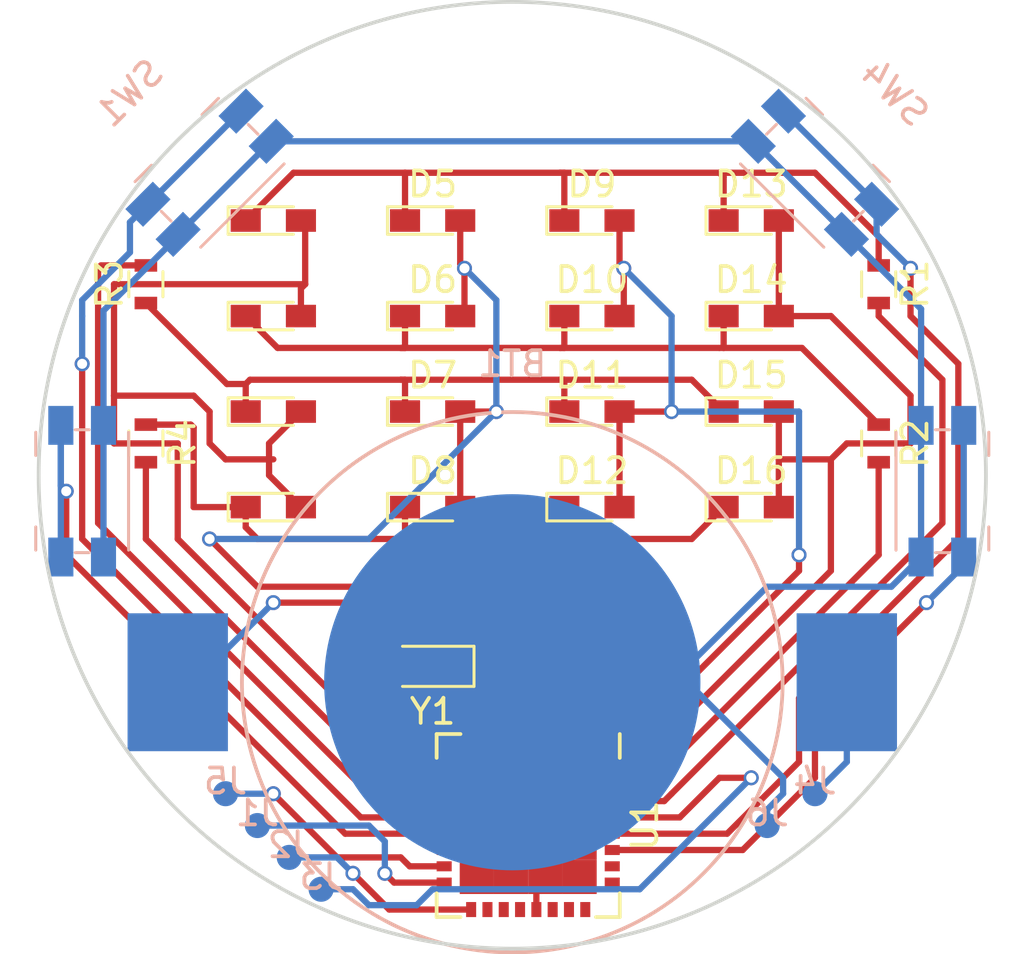
<source format=kicad_pcb>
(kicad_pcb (version 4) (host pcbnew 4.0.7)

  (general
    (links 82)
    (no_connects 18)
    (area 130.270092 91.535092 168.179908 129.444908)
    (thickness 1.6)
    (drawings 2)
    (tracks 244)
    (zones 0)
    (modules 33)
    (nets 25)
  )

  (page A4)
  (layers
    (0 F.Cu signal)
    (31 B.Cu signal)
    (32 B.Adhes user hide)
    (33 F.Adhes user hide)
    (34 B.Paste user hide)
    (35 F.Paste user hide)
    (36 B.SilkS user hide)
    (37 F.SilkS user hide)
    (38 B.Mask user hide)
    (39 F.Mask user hide)
    (40 Dwgs.User user hide)
    (41 Cmts.User user hide)
    (42 Eco1.User user hide)
    (43 Eco2.User user hide)
    (44 Edge.Cuts user)
    (45 Margin user hide)
    (46 B.CrtYd user hide)
    (47 F.CrtYd user hide)
    (48 B.Fab user hide)
    (49 F.Fab user hide)
  )

  (setup
    (last_trace_width 0.25)
    (trace_clearance 0.2)
    (zone_clearance 0.508)
    (zone_45_only no)
    (trace_min 0.2)
    (segment_width 0.2)
    (edge_width 0.15)
    (via_size 0.6)
    (via_drill 0.4)
    (via_min_size 0.4)
    (via_min_drill 0.3)
    (uvia_size 0.3)
    (uvia_drill 0.1)
    (uvias_allowed no)
    (uvia_min_size 0.2)
    (uvia_min_drill 0.1)
    (pcb_text_width 0.3)
    (pcb_text_size 1.5 1.5)
    (mod_edge_width 0.15)
    (mod_text_size 1 1)
    (mod_text_width 0.15)
    (pad_size 4 5.5)
    (pad_drill 0)
    (pad_to_mask_clearance 0.2)
    (aux_axis_origin 0 0)
    (visible_elements 7FFEFFFF)
    (pcbplotparams
      (layerselection 0x00030_80000001)
      (usegerberextensions false)
      (excludeedgelayer true)
      (linewidth 0.100000)
      (plotframeref false)
      (viasonmask false)
      (mode 1)
      (useauxorigin false)
      (hpglpennumber 1)
      (hpglpenspeed 20)
      (hpglpendiameter 15)
      (hpglpenoverlay 2)
      (psnegative false)
      (psa4output false)
      (plotreference true)
      (plotvalue true)
      (plotinvisibletext false)
      (padsonsilk false)
      (subtractmaskfromsilk false)
      (outputformat 1)
      (mirror false)
      (drillshape 1)
      (scaleselection 1)
      (outputdirectory ""))
  )

  (net 0 "")
  (net 1 "Net-(D1-Pad1)")
  (net 2 "Net-(D1-Pad2)")
  (net 3 "Net-(D10-Pad1)")
  (net 4 "Net-(D11-Pad1)")
  (net 5 "Net-(D10-Pad2)")
  (net 6 "Net-(R1-Pad2)")
  (net 7 "Net-(R2-Pad2)")
  (net 8 "Net-(R3-Pad2)")
  (net 9 "Net-(R4-Pad2)")
  (net 10 "Net-(U1-Pad7)")
  (net 11 "Net-(U1-Pad8)")
  (net 12 VCC)
  (net 13 GND)
  (net 14 MISO)
  (net 15 SCK)
  (net 16 RESET)
  (net 17 MOSI)
  (net 18 "Net-(D12-Pad1)")
  (net 19 "Net-(D5-Pad2)")
  (net 20 "Net-(D13-Pad2)")
  (net 21 T1)
  (net 22 T2)
  (net 23 T3)
  (net 24 T4)

  (net_class Default "This is the default net class."
    (clearance 0.2)
    (trace_width 0.25)
    (via_dia 0.6)
    (via_drill 0.4)
    (uvia_dia 0.3)
    (uvia_drill 0.1)
    (add_net GND)
    (add_net MISO)
    (add_net MOSI)
    (add_net "Net-(D1-Pad1)")
    (add_net "Net-(D1-Pad2)")
    (add_net "Net-(D10-Pad1)")
    (add_net "Net-(D10-Pad2)")
    (add_net "Net-(D11-Pad1)")
    (add_net "Net-(D12-Pad1)")
    (add_net "Net-(D13-Pad2)")
    (add_net "Net-(D5-Pad2)")
    (add_net "Net-(R1-Pad2)")
    (add_net "Net-(R2-Pad2)")
    (add_net "Net-(R3-Pad2)")
    (add_net "Net-(R4-Pad2)")
    (add_net "Net-(U1-Pad7)")
    (add_net "Net-(U1-Pad8)")
    (add_net RESET)
    (add_net SCK)
    (add_net T1)
    (add_net T2)
    (add_net T3)
    (add_net T4)
    (add_net VCC)
  )

  (module ProjectSpecific:BatteryHolderCR2032 (layer B.Cu) (tedit 5B58DAF1) (tstamp 5B58D6CE)
    (at 149.225 118.745)
    (path /5B54EA0A)
    (fp_text reference BT1 (at 0 -12.7) (layer B.SilkS)
      (effects (font (size 1 1) (thickness 0.15)) (justify mirror))
    )
    (fp_text value Battery_Cell (at 0 12.7) (layer B.Fab)
      (effects (font (size 1 1) (thickness 0.15)) (justify mirror))
    )
    (fp_circle (center 0 0) (end 7.62 7.62) (layer B.SilkS) (width 0.15))
    (pad 1 smd rect (at 13.335 0) (size 4 5.5) (layers B.Cu B.Paste B.Mask)
      (net 12 VCC))
    (pad 1 smd rect (at -13.335 0) (size 4 5.5) (layers B.Cu B.Paste B.Mask)
      (net 12 VCC))
    (pad 2 smd circle (at 0 0) (size 15 15) (layers B.Cu B.Paste B.Mask)
      (net 13 GND))
  )

  (module LEDs:LED_0603_HandSoldering (layer F.Cu) (tedit 595FC9C0) (tstamp 5B5253D6)
    (at 152.4 111.76)
    (descr "LED SMD 0603, hand soldering")
    (tags "LED 0603")
    (path /5B524950)
    (attr smd)
    (fp_text reference D12 (at 0 -1.45) (layer F.SilkS)
      (effects (font (size 1 1) (thickness 0.15)))
    )
    (fp_text value LED (at 0 1.55) (layer F.Fab)
      (effects (font (size 1 1) (thickness 0.15)))
    )
    (fp_line (start -1.8 -0.55) (end -1.8 0.55) (layer F.SilkS) (width 0.12))
    (fp_line (start -0.2 -0.2) (end -0.2 0.2) (layer F.Fab) (width 0.1))
    (fp_line (start -0.15 0) (end 0.15 -0.2) (layer F.Fab) (width 0.1))
    (fp_line (start 0.15 0.2) (end -0.15 0) (layer F.Fab) (width 0.1))
    (fp_line (start 0.15 -0.2) (end 0.15 0.2) (layer F.Fab) (width 0.1))
    (fp_line (start 0.8 0.4) (end -0.8 0.4) (layer F.Fab) (width 0.1))
    (fp_line (start 0.8 -0.4) (end 0.8 0.4) (layer F.Fab) (width 0.1))
    (fp_line (start -0.8 -0.4) (end 0.8 -0.4) (layer F.Fab) (width 0.1))
    (fp_line (start -1.8 0.55) (end 0.8 0.55) (layer F.SilkS) (width 0.12))
    (fp_line (start -1.8 -0.55) (end 0.8 -0.55) (layer F.SilkS) (width 0.12))
    (fp_line (start -1.96 -0.7) (end 1.95 -0.7) (layer F.CrtYd) (width 0.05))
    (fp_line (start -1.96 -0.7) (end -1.96 0.7) (layer F.CrtYd) (width 0.05))
    (fp_line (start 1.95 0.7) (end 1.95 -0.7) (layer F.CrtYd) (width 0.05))
    (fp_line (start 1.95 0.7) (end -1.96 0.7) (layer F.CrtYd) (width 0.05))
    (fp_line (start -0.8 -0.4) (end -0.8 0.4) (layer F.Fab) (width 0.1))
    (pad 1 smd rect (at -1.1 0) (size 1.2 0.9) (layers F.Cu F.Paste F.Mask)
      (net 18 "Net-(D12-Pad1)"))
    (pad 2 smd rect (at 1.1 0) (size 1.2 0.9) (layers F.Cu F.Paste F.Mask)
      (net 5 "Net-(D10-Pad2)"))
    (model ${KISYS3DMOD}/LEDs.3dshapes/LED_0603.wrl
      (at (xyz 0 0 0))
      (scale (xyz 1 1 1))
      (rotate (xyz 0 0 180))
    )
  )

  (module LEDs:LED_0603_HandSoldering (layer F.Cu) (tedit 5B58EAFF) (tstamp 5B5252EF)
    (at 139.7 100.33)
    (descr "LED SMD 0603, hand soldering")
    (tags "LED 0603")
    (path /5B54D5AD)
    (attr smd)
    (fp_text reference D1 (at 0 -1.45) (layer F.SilkS) hide
      (effects (font (size 1 1) (thickness 0.15)))
    )
    (fp_text value LED (at 0 1.55) (layer F.Fab)
      (effects (font (size 1 1) (thickness 0.15)))
    )
    (fp_line (start -1.8 -0.55) (end -1.8 0.55) (layer F.SilkS) (width 0.12))
    (fp_line (start -0.2 -0.2) (end -0.2 0.2) (layer F.Fab) (width 0.1))
    (fp_line (start -0.15 0) (end 0.15 -0.2) (layer F.Fab) (width 0.1))
    (fp_line (start 0.15 0.2) (end -0.15 0) (layer F.Fab) (width 0.1))
    (fp_line (start 0.15 -0.2) (end 0.15 0.2) (layer F.Fab) (width 0.1))
    (fp_line (start 0.8 0.4) (end -0.8 0.4) (layer F.Fab) (width 0.1))
    (fp_line (start 0.8 -0.4) (end 0.8 0.4) (layer F.Fab) (width 0.1))
    (fp_line (start -0.8 -0.4) (end 0.8 -0.4) (layer F.Fab) (width 0.1))
    (fp_line (start -1.8 0.55) (end 0.8 0.55) (layer F.SilkS) (width 0.12))
    (fp_line (start -1.8 -0.55) (end 0.8 -0.55) (layer F.SilkS) (width 0.12))
    (fp_line (start -1.96 -0.7) (end 1.95 -0.7) (layer F.CrtYd) (width 0.05))
    (fp_line (start -1.96 -0.7) (end -1.96 0.7) (layer F.CrtYd) (width 0.05))
    (fp_line (start 1.95 0.7) (end 1.95 -0.7) (layer F.CrtYd) (width 0.05))
    (fp_line (start 1.95 0.7) (end -1.96 0.7) (layer F.CrtYd) (width 0.05))
    (fp_line (start -0.8 -0.4) (end -0.8 0.4) (layer F.Fab) (width 0.1))
    (pad 1 smd rect (at -1.1 0) (size 1.2 0.9) (layers F.Cu F.Paste F.Mask)
      (net 1 "Net-(D1-Pad1)"))
    (pad 2 smd rect (at 1.1 0) (size 1.2 0.9) (layers F.Cu F.Paste F.Mask)
      (net 2 "Net-(D1-Pad2)"))
    (model ${KISYS3DMOD}/LEDs.3dshapes/LED_0603.wrl
      (at (xyz 0 0 0))
      (scale (xyz 1 1 1))
      (rotate (xyz 0 0 180))
    )
  )

  (module LEDs:LED_0603_HandSoldering (layer F.Cu) (tedit 5B58EAF4) (tstamp 5B525304)
    (at 139.7 104.14)
    (descr "LED SMD 0603, hand soldering")
    (tags "LED 0603")
    (path /5B54D556)
    (attr smd)
    (fp_text reference D2 (at 0 -1.45) (layer F.SilkS) hide
      (effects (font (size 1 1) (thickness 0.15)))
    )
    (fp_text value LED (at 0 1.55) (layer F.Fab)
      (effects (font (size 1 1) (thickness 0.15)))
    )
    (fp_line (start -1.8 -0.55) (end -1.8 0.55) (layer F.SilkS) (width 0.12))
    (fp_line (start -0.2 -0.2) (end -0.2 0.2) (layer F.Fab) (width 0.1))
    (fp_line (start -0.15 0) (end 0.15 -0.2) (layer F.Fab) (width 0.1))
    (fp_line (start 0.15 0.2) (end -0.15 0) (layer F.Fab) (width 0.1))
    (fp_line (start 0.15 -0.2) (end 0.15 0.2) (layer F.Fab) (width 0.1))
    (fp_line (start 0.8 0.4) (end -0.8 0.4) (layer F.Fab) (width 0.1))
    (fp_line (start 0.8 -0.4) (end 0.8 0.4) (layer F.Fab) (width 0.1))
    (fp_line (start -0.8 -0.4) (end 0.8 -0.4) (layer F.Fab) (width 0.1))
    (fp_line (start -1.8 0.55) (end 0.8 0.55) (layer F.SilkS) (width 0.12))
    (fp_line (start -1.8 -0.55) (end 0.8 -0.55) (layer F.SilkS) (width 0.12))
    (fp_line (start -1.96 -0.7) (end 1.95 -0.7) (layer F.CrtYd) (width 0.05))
    (fp_line (start -1.96 -0.7) (end -1.96 0.7) (layer F.CrtYd) (width 0.05))
    (fp_line (start 1.95 0.7) (end 1.95 -0.7) (layer F.CrtYd) (width 0.05))
    (fp_line (start 1.95 0.7) (end -1.96 0.7) (layer F.CrtYd) (width 0.05))
    (fp_line (start -0.8 -0.4) (end -0.8 0.4) (layer F.Fab) (width 0.1))
    (pad 1 smd rect (at -1.1 0) (size 1.2 0.9) (layers F.Cu F.Paste F.Mask)
      (net 3 "Net-(D10-Pad1)"))
    (pad 2 smd rect (at 1.1 0) (size 1.2 0.9) (layers F.Cu F.Paste F.Mask)
      (net 2 "Net-(D1-Pad2)"))
    (model ${KISYS3DMOD}/LEDs.3dshapes/LED_0603.wrl
      (at (xyz 0 0 0))
      (scale (xyz 1 1 1))
      (rotate (xyz 0 0 180))
    )
  )

  (module LEDs:LED_0603_HandSoldering (layer F.Cu) (tedit 5B58EAE9) (tstamp 5B525319)
    (at 139.7 107.95)
    (descr "LED SMD 0603, hand soldering")
    (tags "LED 0603")
    (path /5B52384D)
    (attr smd)
    (fp_text reference D3 (at 0 -1.45) (layer F.SilkS) hide
      (effects (font (size 1 1) (thickness 0.15)))
    )
    (fp_text value LED (at 0 1.55) (layer F.Fab)
      (effects (font (size 1 1) (thickness 0.15)))
    )
    (fp_line (start -1.8 -0.55) (end -1.8 0.55) (layer F.SilkS) (width 0.12))
    (fp_line (start -0.2 -0.2) (end -0.2 0.2) (layer F.Fab) (width 0.1))
    (fp_line (start -0.15 0) (end 0.15 -0.2) (layer F.Fab) (width 0.1))
    (fp_line (start 0.15 0.2) (end -0.15 0) (layer F.Fab) (width 0.1))
    (fp_line (start 0.15 -0.2) (end 0.15 0.2) (layer F.Fab) (width 0.1))
    (fp_line (start 0.8 0.4) (end -0.8 0.4) (layer F.Fab) (width 0.1))
    (fp_line (start 0.8 -0.4) (end 0.8 0.4) (layer F.Fab) (width 0.1))
    (fp_line (start -0.8 -0.4) (end 0.8 -0.4) (layer F.Fab) (width 0.1))
    (fp_line (start -1.8 0.55) (end 0.8 0.55) (layer F.SilkS) (width 0.12))
    (fp_line (start -1.8 -0.55) (end 0.8 -0.55) (layer F.SilkS) (width 0.12))
    (fp_line (start -1.96 -0.7) (end 1.95 -0.7) (layer F.CrtYd) (width 0.05))
    (fp_line (start -1.96 -0.7) (end -1.96 0.7) (layer F.CrtYd) (width 0.05))
    (fp_line (start 1.95 0.7) (end 1.95 -0.7) (layer F.CrtYd) (width 0.05))
    (fp_line (start 1.95 0.7) (end -1.96 0.7) (layer F.CrtYd) (width 0.05))
    (fp_line (start -0.8 -0.4) (end -0.8 0.4) (layer F.Fab) (width 0.1))
    (pad 1 smd rect (at -1.1 0) (size 1.2 0.9) (layers F.Cu F.Paste F.Mask)
      (net 4 "Net-(D11-Pad1)"))
    (pad 2 smd rect (at 1.1 0) (size 1.2 0.9) (layers F.Cu F.Paste F.Mask)
      (net 2 "Net-(D1-Pad2)"))
    (model ${KISYS3DMOD}/LEDs.3dshapes/LED_0603.wrl
      (at (xyz 0 0 0))
      (scale (xyz 1 1 1))
      (rotate (xyz 0 0 180))
    )
  )

  (module LEDs:LED_0603_HandSoldering (layer F.Cu) (tedit 5B58EADA) (tstamp 5B52532E)
    (at 139.7 111.76)
    (descr "LED SMD 0603, hand soldering")
    (tags "LED 0603")
    (path /5B52393E)
    (attr smd)
    (fp_text reference D4 (at 0 -1.45) (layer F.SilkS) hide
      (effects (font (size 1 1) (thickness 0.15)))
    )
    (fp_text value LED (at 0 1.55) (layer F.Fab)
      (effects (font (size 1 1) (thickness 0.15)))
    )
    (fp_line (start -1.8 -0.55) (end -1.8 0.55) (layer F.SilkS) (width 0.12))
    (fp_line (start -0.2 -0.2) (end -0.2 0.2) (layer F.Fab) (width 0.1))
    (fp_line (start -0.15 0) (end 0.15 -0.2) (layer F.Fab) (width 0.1))
    (fp_line (start 0.15 0.2) (end -0.15 0) (layer F.Fab) (width 0.1))
    (fp_line (start 0.15 -0.2) (end 0.15 0.2) (layer F.Fab) (width 0.1))
    (fp_line (start 0.8 0.4) (end -0.8 0.4) (layer F.Fab) (width 0.1))
    (fp_line (start 0.8 -0.4) (end 0.8 0.4) (layer F.Fab) (width 0.1))
    (fp_line (start -0.8 -0.4) (end 0.8 -0.4) (layer F.Fab) (width 0.1))
    (fp_line (start -1.8 0.55) (end 0.8 0.55) (layer F.SilkS) (width 0.12))
    (fp_line (start -1.8 -0.55) (end 0.8 -0.55) (layer F.SilkS) (width 0.12))
    (fp_line (start -1.96 -0.7) (end 1.95 -0.7) (layer F.CrtYd) (width 0.05))
    (fp_line (start -1.96 -0.7) (end -1.96 0.7) (layer F.CrtYd) (width 0.05))
    (fp_line (start 1.95 0.7) (end 1.95 -0.7) (layer F.CrtYd) (width 0.05))
    (fp_line (start 1.95 0.7) (end -1.96 0.7) (layer F.CrtYd) (width 0.05))
    (fp_line (start -0.8 -0.4) (end -0.8 0.4) (layer F.Fab) (width 0.1))
    (pad 1 smd rect (at -1.1 0) (size 1.2 0.9) (layers F.Cu F.Paste F.Mask)
      (net 18 "Net-(D12-Pad1)"))
    (pad 2 smd rect (at 1.1 0) (size 1.2 0.9) (layers F.Cu F.Paste F.Mask)
      (net 2 "Net-(D1-Pad2)"))
    (model ${KISYS3DMOD}/LEDs.3dshapes/LED_0603.wrl
      (at (xyz 0 0 0))
      (scale (xyz 1 1 1))
      (rotate (xyz 0 0 180))
    )
  )

  (module LEDs:LED_0603_HandSoldering (layer F.Cu) (tedit 595FC9C0) (tstamp 5B525343)
    (at 146.05 100.33)
    (descr "LED SMD 0603, hand soldering")
    (tags "LED 0603")
    (path /5B524335)
    (attr smd)
    (fp_text reference D5 (at 0 -1.45) (layer F.SilkS)
      (effects (font (size 1 1) (thickness 0.15)))
    )
    (fp_text value LED (at 0 1.55) (layer F.Fab)
      (effects (font (size 1 1) (thickness 0.15)))
    )
    (fp_line (start -1.8 -0.55) (end -1.8 0.55) (layer F.SilkS) (width 0.12))
    (fp_line (start -0.2 -0.2) (end -0.2 0.2) (layer F.Fab) (width 0.1))
    (fp_line (start -0.15 0) (end 0.15 -0.2) (layer F.Fab) (width 0.1))
    (fp_line (start 0.15 0.2) (end -0.15 0) (layer F.Fab) (width 0.1))
    (fp_line (start 0.15 -0.2) (end 0.15 0.2) (layer F.Fab) (width 0.1))
    (fp_line (start 0.8 0.4) (end -0.8 0.4) (layer F.Fab) (width 0.1))
    (fp_line (start 0.8 -0.4) (end 0.8 0.4) (layer F.Fab) (width 0.1))
    (fp_line (start -0.8 -0.4) (end 0.8 -0.4) (layer F.Fab) (width 0.1))
    (fp_line (start -1.8 0.55) (end 0.8 0.55) (layer F.SilkS) (width 0.12))
    (fp_line (start -1.8 -0.55) (end 0.8 -0.55) (layer F.SilkS) (width 0.12))
    (fp_line (start -1.96 -0.7) (end 1.95 -0.7) (layer F.CrtYd) (width 0.05))
    (fp_line (start -1.96 -0.7) (end -1.96 0.7) (layer F.CrtYd) (width 0.05))
    (fp_line (start 1.95 0.7) (end 1.95 -0.7) (layer F.CrtYd) (width 0.05))
    (fp_line (start 1.95 0.7) (end -1.96 0.7) (layer F.CrtYd) (width 0.05))
    (fp_line (start -0.8 -0.4) (end -0.8 0.4) (layer F.Fab) (width 0.1))
    (pad 1 smd rect (at -1.1 0) (size 1.2 0.9) (layers F.Cu F.Paste F.Mask)
      (net 1 "Net-(D1-Pad1)"))
    (pad 2 smd rect (at 1.1 0) (size 1.2 0.9) (layers F.Cu F.Paste F.Mask)
      (net 19 "Net-(D5-Pad2)"))
    (model ${KISYS3DMOD}/LEDs.3dshapes/LED_0603.wrl
      (at (xyz 0 0 0))
      (scale (xyz 1 1 1))
      (rotate (xyz 0 0 180))
    )
  )

  (module LEDs:LED_0603_HandSoldering (layer F.Cu) (tedit 595FC9C0) (tstamp 5B525358)
    (at 146.05 104.14)
    (descr "LED SMD 0603, hand soldering")
    (tags "LED 0603")
    (path /5B523CC0)
    (attr smd)
    (fp_text reference D6 (at 0 -1.45) (layer F.SilkS)
      (effects (font (size 1 1) (thickness 0.15)))
    )
    (fp_text value LED (at 0 1.55) (layer F.Fab)
      (effects (font (size 1 1) (thickness 0.15)))
    )
    (fp_line (start -1.8 -0.55) (end -1.8 0.55) (layer F.SilkS) (width 0.12))
    (fp_line (start -0.2 -0.2) (end -0.2 0.2) (layer F.Fab) (width 0.1))
    (fp_line (start -0.15 0) (end 0.15 -0.2) (layer F.Fab) (width 0.1))
    (fp_line (start 0.15 0.2) (end -0.15 0) (layer F.Fab) (width 0.1))
    (fp_line (start 0.15 -0.2) (end 0.15 0.2) (layer F.Fab) (width 0.1))
    (fp_line (start 0.8 0.4) (end -0.8 0.4) (layer F.Fab) (width 0.1))
    (fp_line (start 0.8 -0.4) (end 0.8 0.4) (layer F.Fab) (width 0.1))
    (fp_line (start -0.8 -0.4) (end 0.8 -0.4) (layer F.Fab) (width 0.1))
    (fp_line (start -1.8 0.55) (end 0.8 0.55) (layer F.SilkS) (width 0.12))
    (fp_line (start -1.8 -0.55) (end 0.8 -0.55) (layer F.SilkS) (width 0.12))
    (fp_line (start -1.96 -0.7) (end 1.95 -0.7) (layer F.CrtYd) (width 0.05))
    (fp_line (start -1.96 -0.7) (end -1.96 0.7) (layer F.CrtYd) (width 0.05))
    (fp_line (start 1.95 0.7) (end 1.95 -0.7) (layer F.CrtYd) (width 0.05))
    (fp_line (start 1.95 0.7) (end -1.96 0.7) (layer F.CrtYd) (width 0.05))
    (fp_line (start -0.8 -0.4) (end -0.8 0.4) (layer F.Fab) (width 0.1))
    (pad 1 smd rect (at -1.1 0) (size 1.2 0.9) (layers F.Cu F.Paste F.Mask)
      (net 3 "Net-(D10-Pad1)"))
    (pad 2 smd rect (at 1.1 0) (size 1.2 0.9) (layers F.Cu F.Paste F.Mask)
      (net 19 "Net-(D5-Pad2)"))
    (model ${KISYS3DMOD}/LEDs.3dshapes/LED_0603.wrl
      (at (xyz 0 0 0))
      (scale (xyz 1 1 1))
      (rotate (xyz 0 0 180))
    )
  )

  (module LEDs:LED_0603_HandSoldering (layer F.Cu) (tedit 595FC9C0) (tstamp 5B52536D)
    (at 146.05 107.95)
    (descr "LED SMD 0603, hand soldering")
    (tags "LED 0603")
    (path /5B523B46)
    (attr smd)
    (fp_text reference D7 (at 0 -1.45) (layer F.SilkS)
      (effects (font (size 1 1) (thickness 0.15)))
    )
    (fp_text value LED (at 0 1.55) (layer F.Fab)
      (effects (font (size 1 1) (thickness 0.15)))
    )
    (fp_line (start -1.8 -0.55) (end -1.8 0.55) (layer F.SilkS) (width 0.12))
    (fp_line (start -0.2 -0.2) (end -0.2 0.2) (layer F.Fab) (width 0.1))
    (fp_line (start -0.15 0) (end 0.15 -0.2) (layer F.Fab) (width 0.1))
    (fp_line (start 0.15 0.2) (end -0.15 0) (layer F.Fab) (width 0.1))
    (fp_line (start 0.15 -0.2) (end 0.15 0.2) (layer F.Fab) (width 0.1))
    (fp_line (start 0.8 0.4) (end -0.8 0.4) (layer F.Fab) (width 0.1))
    (fp_line (start 0.8 -0.4) (end 0.8 0.4) (layer F.Fab) (width 0.1))
    (fp_line (start -0.8 -0.4) (end 0.8 -0.4) (layer F.Fab) (width 0.1))
    (fp_line (start -1.8 0.55) (end 0.8 0.55) (layer F.SilkS) (width 0.12))
    (fp_line (start -1.8 -0.55) (end 0.8 -0.55) (layer F.SilkS) (width 0.12))
    (fp_line (start -1.96 -0.7) (end 1.95 -0.7) (layer F.CrtYd) (width 0.05))
    (fp_line (start -1.96 -0.7) (end -1.96 0.7) (layer F.CrtYd) (width 0.05))
    (fp_line (start 1.95 0.7) (end 1.95 -0.7) (layer F.CrtYd) (width 0.05))
    (fp_line (start 1.95 0.7) (end -1.96 0.7) (layer F.CrtYd) (width 0.05))
    (fp_line (start -0.8 -0.4) (end -0.8 0.4) (layer F.Fab) (width 0.1))
    (pad 1 smd rect (at -1.1 0) (size 1.2 0.9) (layers F.Cu F.Paste F.Mask)
      (net 4 "Net-(D11-Pad1)"))
    (pad 2 smd rect (at 1.1 0) (size 1.2 0.9) (layers F.Cu F.Paste F.Mask)
      (net 19 "Net-(D5-Pad2)"))
    (model ${KISYS3DMOD}/LEDs.3dshapes/LED_0603.wrl
      (at (xyz 0 0 0))
      (scale (xyz 1 1 1))
      (rotate (xyz 0 0 180))
    )
  )

  (module LEDs:LED_0603_HandSoldering (layer F.Cu) (tedit 595FC9C0) (tstamp 5B525382)
    (at 146.05 111.76)
    (descr "LED SMD 0603, hand soldering")
    (tags "LED 0603")
    (path /5B5239F0)
    (attr smd)
    (fp_text reference D8 (at 0 -1.45) (layer F.SilkS)
      (effects (font (size 1 1) (thickness 0.15)))
    )
    (fp_text value LED (at 0 1.55) (layer F.Fab)
      (effects (font (size 1 1) (thickness 0.15)))
    )
    (fp_line (start -1.8 -0.55) (end -1.8 0.55) (layer F.SilkS) (width 0.12))
    (fp_line (start -0.2 -0.2) (end -0.2 0.2) (layer F.Fab) (width 0.1))
    (fp_line (start -0.15 0) (end 0.15 -0.2) (layer F.Fab) (width 0.1))
    (fp_line (start 0.15 0.2) (end -0.15 0) (layer F.Fab) (width 0.1))
    (fp_line (start 0.15 -0.2) (end 0.15 0.2) (layer F.Fab) (width 0.1))
    (fp_line (start 0.8 0.4) (end -0.8 0.4) (layer F.Fab) (width 0.1))
    (fp_line (start 0.8 -0.4) (end 0.8 0.4) (layer F.Fab) (width 0.1))
    (fp_line (start -0.8 -0.4) (end 0.8 -0.4) (layer F.Fab) (width 0.1))
    (fp_line (start -1.8 0.55) (end 0.8 0.55) (layer F.SilkS) (width 0.12))
    (fp_line (start -1.8 -0.55) (end 0.8 -0.55) (layer F.SilkS) (width 0.12))
    (fp_line (start -1.96 -0.7) (end 1.95 -0.7) (layer F.CrtYd) (width 0.05))
    (fp_line (start -1.96 -0.7) (end -1.96 0.7) (layer F.CrtYd) (width 0.05))
    (fp_line (start 1.95 0.7) (end 1.95 -0.7) (layer F.CrtYd) (width 0.05))
    (fp_line (start 1.95 0.7) (end -1.96 0.7) (layer F.CrtYd) (width 0.05))
    (fp_line (start -0.8 -0.4) (end -0.8 0.4) (layer F.Fab) (width 0.1))
    (pad 1 smd rect (at -1.1 0) (size 1.2 0.9) (layers F.Cu F.Paste F.Mask)
      (net 18 "Net-(D12-Pad1)"))
    (pad 2 smd rect (at 1.1 0) (size 1.2 0.9) (layers F.Cu F.Paste F.Mask)
      (net 19 "Net-(D5-Pad2)"))
    (model ${KISYS3DMOD}/LEDs.3dshapes/LED_0603.wrl
      (at (xyz 0 0 0))
      (scale (xyz 1 1 1))
      (rotate (xyz 0 0 180))
    )
  )

  (module LEDs:LED_0603_HandSoldering (layer F.Cu) (tedit 595FC9C0) (tstamp 5B525397)
    (at 152.4 100.33)
    (descr "LED SMD 0603, hand soldering")
    (tags "LED 0603")
    (path /5B54D60B)
    (attr smd)
    (fp_text reference D9 (at 0 -1.45) (layer F.SilkS)
      (effects (font (size 1 1) (thickness 0.15)))
    )
    (fp_text value LED (at 0 1.55) (layer F.Fab)
      (effects (font (size 1 1) (thickness 0.15)))
    )
    (fp_line (start -1.8 -0.55) (end -1.8 0.55) (layer F.SilkS) (width 0.12))
    (fp_line (start -0.2 -0.2) (end -0.2 0.2) (layer F.Fab) (width 0.1))
    (fp_line (start -0.15 0) (end 0.15 -0.2) (layer F.Fab) (width 0.1))
    (fp_line (start 0.15 0.2) (end -0.15 0) (layer F.Fab) (width 0.1))
    (fp_line (start 0.15 -0.2) (end 0.15 0.2) (layer F.Fab) (width 0.1))
    (fp_line (start 0.8 0.4) (end -0.8 0.4) (layer F.Fab) (width 0.1))
    (fp_line (start 0.8 -0.4) (end 0.8 0.4) (layer F.Fab) (width 0.1))
    (fp_line (start -0.8 -0.4) (end 0.8 -0.4) (layer F.Fab) (width 0.1))
    (fp_line (start -1.8 0.55) (end 0.8 0.55) (layer F.SilkS) (width 0.12))
    (fp_line (start -1.8 -0.55) (end 0.8 -0.55) (layer F.SilkS) (width 0.12))
    (fp_line (start -1.96 -0.7) (end 1.95 -0.7) (layer F.CrtYd) (width 0.05))
    (fp_line (start -1.96 -0.7) (end -1.96 0.7) (layer F.CrtYd) (width 0.05))
    (fp_line (start 1.95 0.7) (end 1.95 -0.7) (layer F.CrtYd) (width 0.05))
    (fp_line (start 1.95 0.7) (end -1.96 0.7) (layer F.CrtYd) (width 0.05))
    (fp_line (start -0.8 -0.4) (end -0.8 0.4) (layer F.Fab) (width 0.1))
    (pad 1 smd rect (at -1.1 0) (size 1.2 0.9) (layers F.Cu F.Paste F.Mask)
      (net 1 "Net-(D1-Pad1)"))
    (pad 2 smd rect (at 1.1 0) (size 1.2 0.9) (layers F.Cu F.Paste F.Mask)
      (net 5 "Net-(D10-Pad2)"))
    (model ${KISYS3DMOD}/LEDs.3dshapes/LED_0603.wrl
      (at (xyz 0 0 0))
      (scale (xyz 1 1 1))
      (rotate (xyz 0 0 180))
    )
  )

  (module LEDs:LED_0603_HandSoldering (layer F.Cu) (tedit 595FC9C0) (tstamp 5B5253AC)
    (at 152.4 104.14)
    (descr "LED SMD 0603, hand soldering")
    (tags "LED 0603")
    (path /5B5254B0)
    (attr smd)
    (fp_text reference D10 (at 0 -1.45) (layer F.SilkS)
      (effects (font (size 1 1) (thickness 0.15)))
    )
    (fp_text value LED (at 0 1.55) (layer F.Fab)
      (effects (font (size 1 1) (thickness 0.15)))
    )
    (fp_line (start -1.8 -0.55) (end -1.8 0.55) (layer F.SilkS) (width 0.12))
    (fp_line (start -0.2 -0.2) (end -0.2 0.2) (layer F.Fab) (width 0.1))
    (fp_line (start -0.15 0) (end 0.15 -0.2) (layer F.Fab) (width 0.1))
    (fp_line (start 0.15 0.2) (end -0.15 0) (layer F.Fab) (width 0.1))
    (fp_line (start 0.15 -0.2) (end 0.15 0.2) (layer F.Fab) (width 0.1))
    (fp_line (start 0.8 0.4) (end -0.8 0.4) (layer F.Fab) (width 0.1))
    (fp_line (start 0.8 -0.4) (end 0.8 0.4) (layer F.Fab) (width 0.1))
    (fp_line (start -0.8 -0.4) (end 0.8 -0.4) (layer F.Fab) (width 0.1))
    (fp_line (start -1.8 0.55) (end 0.8 0.55) (layer F.SilkS) (width 0.12))
    (fp_line (start -1.8 -0.55) (end 0.8 -0.55) (layer F.SilkS) (width 0.12))
    (fp_line (start -1.96 -0.7) (end 1.95 -0.7) (layer F.CrtYd) (width 0.05))
    (fp_line (start -1.96 -0.7) (end -1.96 0.7) (layer F.CrtYd) (width 0.05))
    (fp_line (start 1.95 0.7) (end 1.95 -0.7) (layer F.CrtYd) (width 0.05))
    (fp_line (start 1.95 0.7) (end -1.96 0.7) (layer F.CrtYd) (width 0.05))
    (fp_line (start -0.8 -0.4) (end -0.8 0.4) (layer F.Fab) (width 0.1))
    (pad 1 smd rect (at -1.1 0) (size 1.2 0.9) (layers F.Cu F.Paste F.Mask)
      (net 3 "Net-(D10-Pad1)"))
    (pad 2 smd rect (at 1.1 0) (size 1.2 0.9) (layers F.Cu F.Paste F.Mask)
      (net 5 "Net-(D10-Pad2)"))
    (model ${KISYS3DMOD}/LEDs.3dshapes/LED_0603.wrl
      (at (xyz 0 0 0))
      (scale (xyz 1 1 1))
      (rotate (xyz 0 0 180))
    )
  )

  (module LEDs:LED_0603_HandSoldering (layer F.Cu) (tedit 595FC9C0) (tstamp 5B5253C1)
    (at 152.4 107.95)
    (descr "LED SMD 0603, hand soldering")
    (tags "LED 0603")
    (path /5B524745)
    (attr smd)
    (fp_text reference D11 (at 0 -1.45) (layer F.SilkS)
      (effects (font (size 1 1) (thickness 0.15)))
    )
    (fp_text value LED (at 0 1.55) (layer F.Fab)
      (effects (font (size 1 1) (thickness 0.15)))
    )
    (fp_line (start -1.8 -0.55) (end -1.8 0.55) (layer F.SilkS) (width 0.12))
    (fp_line (start -0.2 -0.2) (end -0.2 0.2) (layer F.Fab) (width 0.1))
    (fp_line (start -0.15 0) (end 0.15 -0.2) (layer F.Fab) (width 0.1))
    (fp_line (start 0.15 0.2) (end -0.15 0) (layer F.Fab) (width 0.1))
    (fp_line (start 0.15 -0.2) (end 0.15 0.2) (layer F.Fab) (width 0.1))
    (fp_line (start 0.8 0.4) (end -0.8 0.4) (layer F.Fab) (width 0.1))
    (fp_line (start 0.8 -0.4) (end 0.8 0.4) (layer F.Fab) (width 0.1))
    (fp_line (start -0.8 -0.4) (end 0.8 -0.4) (layer F.Fab) (width 0.1))
    (fp_line (start -1.8 0.55) (end 0.8 0.55) (layer F.SilkS) (width 0.12))
    (fp_line (start -1.8 -0.55) (end 0.8 -0.55) (layer F.SilkS) (width 0.12))
    (fp_line (start -1.96 -0.7) (end 1.95 -0.7) (layer F.CrtYd) (width 0.05))
    (fp_line (start -1.96 -0.7) (end -1.96 0.7) (layer F.CrtYd) (width 0.05))
    (fp_line (start 1.95 0.7) (end 1.95 -0.7) (layer F.CrtYd) (width 0.05))
    (fp_line (start 1.95 0.7) (end -1.96 0.7) (layer F.CrtYd) (width 0.05))
    (fp_line (start -0.8 -0.4) (end -0.8 0.4) (layer F.Fab) (width 0.1))
    (pad 1 smd rect (at -1.1 0) (size 1.2 0.9) (layers F.Cu F.Paste F.Mask)
      (net 4 "Net-(D11-Pad1)"))
    (pad 2 smd rect (at 1.1 0) (size 1.2 0.9) (layers F.Cu F.Paste F.Mask)
      (net 5 "Net-(D10-Pad2)"))
    (model ${KISYS3DMOD}/LEDs.3dshapes/LED_0603.wrl
      (at (xyz 0 0 0))
      (scale (xyz 1 1 1))
      (rotate (xyz 0 0 180))
    )
  )

  (module LEDs:LED_0603_HandSoldering (layer F.Cu) (tedit 595FC9C0) (tstamp 5B5253EB)
    (at 158.75 100.33)
    (descr "LED SMD 0603, hand soldering")
    (tags "LED 0603")
    (path /5B525E7D)
    (attr smd)
    (fp_text reference D13 (at 0 -1.45) (layer F.SilkS)
      (effects (font (size 1 1) (thickness 0.15)))
    )
    (fp_text value LED (at 0 1.55) (layer F.Fab)
      (effects (font (size 1 1) (thickness 0.15)))
    )
    (fp_line (start -1.8 -0.55) (end -1.8 0.55) (layer F.SilkS) (width 0.12))
    (fp_line (start -0.2 -0.2) (end -0.2 0.2) (layer F.Fab) (width 0.1))
    (fp_line (start -0.15 0) (end 0.15 -0.2) (layer F.Fab) (width 0.1))
    (fp_line (start 0.15 0.2) (end -0.15 0) (layer F.Fab) (width 0.1))
    (fp_line (start 0.15 -0.2) (end 0.15 0.2) (layer F.Fab) (width 0.1))
    (fp_line (start 0.8 0.4) (end -0.8 0.4) (layer F.Fab) (width 0.1))
    (fp_line (start 0.8 -0.4) (end 0.8 0.4) (layer F.Fab) (width 0.1))
    (fp_line (start -0.8 -0.4) (end 0.8 -0.4) (layer F.Fab) (width 0.1))
    (fp_line (start -1.8 0.55) (end 0.8 0.55) (layer F.SilkS) (width 0.12))
    (fp_line (start -1.8 -0.55) (end 0.8 -0.55) (layer F.SilkS) (width 0.12))
    (fp_line (start -1.96 -0.7) (end 1.95 -0.7) (layer F.CrtYd) (width 0.05))
    (fp_line (start -1.96 -0.7) (end -1.96 0.7) (layer F.CrtYd) (width 0.05))
    (fp_line (start 1.95 0.7) (end 1.95 -0.7) (layer F.CrtYd) (width 0.05))
    (fp_line (start 1.95 0.7) (end -1.96 0.7) (layer F.CrtYd) (width 0.05))
    (fp_line (start -0.8 -0.4) (end -0.8 0.4) (layer F.Fab) (width 0.1))
    (pad 1 smd rect (at -1.1 0) (size 1.2 0.9) (layers F.Cu F.Paste F.Mask)
      (net 1 "Net-(D1-Pad1)"))
    (pad 2 smd rect (at 1.1 0) (size 1.2 0.9) (layers F.Cu F.Paste F.Mask)
      (net 20 "Net-(D13-Pad2)"))
    (model ${KISYS3DMOD}/LEDs.3dshapes/LED_0603.wrl
      (at (xyz 0 0 0))
      (scale (xyz 1 1 1))
      (rotate (xyz 0 0 180))
    )
  )

  (module Resistors_SMD:R_0603 (layer F.Cu) (tedit 58E0A804) (tstamp 5B5253FC)
    (at 163.83 102.87 270)
    (descr "Resistor SMD 0603, reflow soldering, Vishay (see dcrcw.pdf)")
    (tags "resistor 0603")
    (path /5B539875)
    (attr smd)
    (fp_text reference R1 (at 0 -1.45 270) (layer F.SilkS)
      (effects (font (size 1 1) (thickness 0.15)))
    )
    (fp_text value R (at 0 1.5 270) (layer F.Fab)
      (effects (font (size 1 1) (thickness 0.15)))
    )
    (fp_text user %R (at 0 0 270) (layer F.Fab)
      (effects (font (size 0.4 0.4) (thickness 0.075)))
    )
    (fp_line (start -0.8 0.4) (end -0.8 -0.4) (layer F.Fab) (width 0.1))
    (fp_line (start 0.8 0.4) (end -0.8 0.4) (layer F.Fab) (width 0.1))
    (fp_line (start 0.8 -0.4) (end 0.8 0.4) (layer F.Fab) (width 0.1))
    (fp_line (start -0.8 -0.4) (end 0.8 -0.4) (layer F.Fab) (width 0.1))
    (fp_line (start 0.5 0.68) (end -0.5 0.68) (layer F.SilkS) (width 0.12))
    (fp_line (start -0.5 -0.68) (end 0.5 -0.68) (layer F.SilkS) (width 0.12))
    (fp_line (start -1.25 -0.7) (end 1.25 -0.7) (layer F.CrtYd) (width 0.05))
    (fp_line (start -1.25 -0.7) (end -1.25 0.7) (layer F.CrtYd) (width 0.05))
    (fp_line (start 1.25 0.7) (end 1.25 -0.7) (layer F.CrtYd) (width 0.05))
    (fp_line (start 1.25 0.7) (end -1.25 0.7) (layer F.CrtYd) (width 0.05))
    (pad 1 smd rect (at -0.75 0 270) (size 0.5 0.9) (layers F.Cu F.Paste F.Mask)
      (net 1 "Net-(D1-Pad1)"))
    (pad 2 smd rect (at 0.75 0 270) (size 0.5 0.9) (layers F.Cu F.Paste F.Mask)
      (net 6 "Net-(R1-Pad2)"))
    (model ${KISYS3DMOD}/Resistors_SMD.3dshapes/R_0603.wrl
      (at (xyz 0 0 0))
      (scale (xyz 1 1 1))
      (rotate (xyz 0 0 0))
    )
  )

  (module Resistors_SMD:R_0603 (layer F.Cu) (tedit 58E0A804) (tstamp 5B52540D)
    (at 163.83 109.22 270)
    (descr "Resistor SMD 0603, reflow soldering, Vishay (see dcrcw.pdf)")
    (tags "resistor 0603")
    (path /5B53B0EE)
    (attr smd)
    (fp_text reference R2 (at 0 -1.45 270) (layer F.SilkS)
      (effects (font (size 1 1) (thickness 0.15)))
    )
    (fp_text value R (at 0 1.5 270) (layer F.Fab)
      (effects (font (size 1 1) (thickness 0.15)))
    )
    (fp_text user %R (at 0 0 270) (layer F.Fab)
      (effects (font (size 0.4 0.4) (thickness 0.075)))
    )
    (fp_line (start -0.8 0.4) (end -0.8 -0.4) (layer F.Fab) (width 0.1))
    (fp_line (start 0.8 0.4) (end -0.8 0.4) (layer F.Fab) (width 0.1))
    (fp_line (start 0.8 -0.4) (end 0.8 0.4) (layer F.Fab) (width 0.1))
    (fp_line (start -0.8 -0.4) (end 0.8 -0.4) (layer F.Fab) (width 0.1))
    (fp_line (start 0.5 0.68) (end -0.5 0.68) (layer F.SilkS) (width 0.12))
    (fp_line (start -0.5 -0.68) (end 0.5 -0.68) (layer F.SilkS) (width 0.12))
    (fp_line (start -1.25 -0.7) (end 1.25 -0.7) (layer F.CrtYd) (width 0.05))
    (fp_line (start -1.25 -0.7) (end -1.25 0.7) (layer F.CrtYd) (width 0.05))
    (fp_line (start 1.25 0.7) (end 1.25 -0.7) (layer F.CrtYd) (width 0.05))
    (fp_line (start 1.25 0.7) (end -1.25 0.7) (layer F.CrtYd) (width 0.05))
    (pad 1 smd rect (at -0.75 0 270) (size 0.5 0.9) (layers F.Cu F.Paste F.Mask)
      (net 3 "Net-(D10-Pad1)"))
    (pad 2 smd rect (at 0.75 0 270) (size 0.5 0.9) (layers F.Cu F.Paste F.Mask)
      (net 7 "Net-(R2-Pad2)"))
    (model ${KISYS3DMOD}/Resistors_SMD.3dshapes/R_0603.wrl
      (at (xyz 0 0 0))
      (scale (xyz 1 1 1))
      (rotate (xyz 0 0 0))
    )
  )

  (module Resistors_SMD:R_0603 (layer F.Cu) (tedit 58E0A804) (tstamp 5B52541E)
    (at 134.62 102.87 90)
    (descr "Resistor SMD 0603, reflow soldering, Vishay (see dcrcw.pdf)")
    (tags "resistor 0603")
    (path /5B53B4F9)
    (attr smd)
    (fp_text reference R3 (at 0 -1.45 90) (layer F.SilkS)
      (effects (font (size 1 1) (thickness 0.15)))
    )
    (fp_text value R (at 0 1.5 90) (layer F.Fab)
      (effects (font (size 1 1) (thickness 0.15)))
    )
    (fp_text user %R (at 0 0 90) (layer F.Fab)
      (effects (font (size 0.4 0.4) (thickness 0.075)))
    )
    (fp_line (start -0.8 0.4) (end -0.8 -0.4) (layer F.Fab) (width 0.1))
    (fp_line (start 0.8 0.4) (end -0.8 0.4) (layer F.Fab) (width 0.1))
    (fp_line (start 0.8 -0.4) (end 0.8 0.4) (layer F.Fab) (width 0.1))
    (fp_line (start -0.8 -0.4) (end 0.8 -0.4) (layer F.Fab) (width 0.1))
    (fp_line (start 0.5 0.68) (end -0.5 0.68) (layer F.SilkS) (width 0.12))
    (fp_line (start -0.5 -0.68) (end 0.5 -0.68) (layer F.SilkS) (width 0.12))
    (fp_line (start -1.25 -0.7) (end 1.25 -0.7) (layer F.CrtYd) (width 0.05))
    (fp_line (start -1.25 -0.7) (end -1.25 0.7) (layer F.CrtYd) (width 0.05))
    (fp_line (start 1.25 0.7) (end 1.25 -0.7) (layer F.CrtYd) (width 0.05))
    (fp_line (start 1.25 0.7) (end -1.25 0.7) (layer F.CrtYd) (width 0.05))
    (pad 1 smd rect (at -0.75 0 90) (size 0.5 0.9) (layers F.Cu F.Paste F.Mask)
      (net 4 "Net-(D11-Pad1)"))
    (pad 2 smd rect (at 0.75 0 90) (size 0.5 0.9) (layers F.Cu F.Paste F.Mask)
      (net 8 "Net-(R3-Pad2)"))
    (model ${KISYS3DMOD}/Resistors_SMD.3dshapes/R_0603.wrl
      (at (xyz 0 0 0))
      (scale (xyz 1 1 1))
      (rotate (xyz 0 0 0))
    )
  )

  (module Resistors_SMD:R_0603 (layer F.Cu) (tedit 58E0A804) (tstamp 5B52542F)
    (at 134.62 109.22 270)
    (descr "Resistor SMD 0603, reflow soldering, Vishay (see dcrcw.pdf)")
    (tags "resistor 0603")
    (path /5B53B987)
    (attr smd)
    (fp_text reference R4 (at 0 -1.45 270) (layer F.SilkS)
      (effects (font (size 1 1) (thickness 0.15)))
    )
    (fp_text value R (at 0 1.5 270) (layer F.Fab)
      (effects (font (size 1 1) (thickness 0.15)))
    )
    (fp_text user %R (at 0 0 270) (layer F.Fab)
      (effects (font (size 0.4 0.4) (thickness 0.075)))
    )
    (fp_line (start -0.8 0.4) (end -0.8 -0.4) (layer F.Fab) (width 0.1))
    (fp_line (start 0.8 0.4) (end -0.8 0.4) (layer F.Fab) (width 0.1))
    (fp_line (start 0.8 -0.4) (end 0.8 0.4) (layer F.Fab) (width 0.1))
    (fp_line (start -0.8 -0.4) (end 0.8 -0.4) (layer F.Fab) (width 0.1))
    (fp_line (start 0.5 0.68) (end -0.5 0.68) (layer F.SilkS) (width 0.12))
    (fp_line (start -0.5 -0.68) (end 0.5 -0.68) (layer F.SilkS) (width 0.12))
    (fp_line (start -1.25 -0.7) (end 1.25 -0.7) (layer F.CrtYd) (width 0.05))
    (fp_line (start -1.25 -0.7) (end -1.25 0.7) (layer F.CrtYd) (width 0.05))
    (fp_line (start 1.25 0.7) (end 1.25 -0.7) (layer F.CrtYd) (width 0.05))
    (fp_line (start 1.25 0.7) (end -1.25 0.7) (layer F.CrtYd) (width 0.05))
    (pad 1 smd rect (at -0.75 0 270) (size 0.5 0.9) (layers F.Cu F.Paste F.Mask)
      (net 18 "Net-(D12-Pad1)"))
    (pad 2 smd rect (at 0.75 0 270) (size 0.5 0.9) (layers F.Cu F.Paste F.Mask)
      (net 9 "Net-(R4-Pad2)"))
    (model ${KISYS3DMOD}/Resistors_SMD.3dshapes/R_0603.wrl
      (at (xyz 0 0 0))
      (scale (xyz 1 1 1))
      (rotate (xyz 0 0 0))
    )
  )

  (module Housings_DFN_QFN:QFN-32-1EP_7x7mm_Pitch0.65mm (layer F.Cu) (tedit 54130A77) (tstamp 5B525473)
    (at 149.86 124.46 270)
    (descr "QFN32 7x7, 0.65P; CASE 485J-02; (see ON Semiconductor 485J.PDF)")
    (tags "QFN 0.65")
    (path /5B541F8C)
    (attr smd)
    (fp_text reference U1 (at 0 -4.65 270) (layer F.SilkS)
      (effects (font (size 1 1) (thickness 0.15)))
    )
    (fp_text value ATMEGA328-MU (at 0 4.65 270) (layer F.Fab)
      (effects (font (size 1 1) (thickness 0.15)))
    )
    (fp_line (start -2.5 -3.5) (end 3.5 -3.5) (layer F.Fab) (width 0.15))
    (fp_line (start 3.5 -3.5) (end 3.5 3.5) (layer F.Fab) (width 0.15))
    (fp_line (start 3.5 3.5) (end -3.5 3.5) (layer F.Fab) (width 0.15))
    (fp_line (start -3.5 3.5) (end -3.5 -2.5) (layer F.Fab) (width 0.15))
    (fp_line (start -3.5 -2.5) (end -2.5 -3.5) (layer F.Fab) (width 0.15))
    (fp_line (start -3.9 -3.9) (end -3.9 3.9) (layer F.CrtYd) (width 0.05))
    (fp_line (start 3.9 -3.9) (end 3.9 3.9) (layer F.CrtYd) (width 0.05))
    (fp_line (start -3.9 -3.9) (end 3.9 -3.9) (layer F.CrtYd) (width 0.05))
    (fp_line (start -3.9 3.9) (end 3.9 3.9) (layer F.CrtYd) (width 0.05))
    (fp_line (start 3.65 -3.65) (end 3.65 -2.7) (layer F.SilkS) (width 0.15))
    (fp_line (start -3.65 3.65) (end -3.65 2.7) (layer F.SilkS) (width 0.15))
    (fp_line (start 3.65 3.65) (end 3.65 2.7) (layer F.SilkS) (width 0.15))
    (fp_line (start -3.65 -3.65) (end -2.7 -3.65) (layer F.SilkS) (width 0.15))
    (fp_line (start -3.65 3.65) (end -2.7 3.65) (layer F.SilkS) (width 0.15))
    (fp_line (start 3.65 3.65) (end 2.7 3.65) (layer F.SilkS) (width 0.15))
    (fp_line (start 3.65 -3.65) (end 2.7 -3.65) (layer F.SilkS) (width 0.15))
    (pad 1 smd rect (at -3.35 -2.275 270) (size 0.6 0.4) (layers F.Cu F.Paste F.Mask)
      (net 5 "Net-(D10-Pad2)"))
    (pad 2 smd rect (at -3.35 -1.625 270) (size 0.6 0.4) (layers F.Cu F.Paste F.Mask)
      (net 19 "Net-(D5-Pad2)"))
    (pad 3 smd rect (at -3.35 -0.975 270) (size 0.6 0.4) (layers F.Cu F.Paste F.Mask)
      (net 13 GND))
    (pad 4 smd rect (at -3.35 -0.325 270) (size 0.6 0.4) (layers F.Cu F.Paste F.Mask)
      (net 12 VCC))
    (pad 5 smd rect (at -3.35 0.325 270) (size 0.6 0.4) (layers F.Cu F.Paste F.Mask)
      (net 13 GND))
    (pad 6 smd rect (at -3.35 0.975 270) (size 0.6 0.4) (layers F.Cu F.Paste F.Mask)
      (net 12 VCC))
    (pad 7 smd rect (at -3.35 1.625 270) (size 0.6 0.4) (layers F.Cu F.Paste F.Mask)
      (net 10 "Net-(U1-Pad7)"))
    (pad 8 smd rect (at -3.35 2.275 270) (size 0.6 0.4) (layers F.Cu F.Paste F.Mask)
      (net 11 "Net-(U1-Pad8)"))
    (pad 9 smd rect (at -2.275 3.35) (size 0.6 0.4) (layers F.Cu F.Paste F.Mask)
      (net 2 "Net-(D1-Pad2)"))
    (pad 10 smd rect (at -1.625 3.35) (size 0.6 0.4) (layers F.Cu F.Paste F.Mask)
      (net 9 "Net-(R4-Pad2)"))
    (pad 11 smd rect (at -0.975 3.35) (size 0.6 0.4) (layers F.Cu F.Paste F.Mask)
      (net 8 "Net-(R3-Pad2)"))
    (pad 12 smd rect (at -0.325 3.35) (size 0.6 0.4) (layers F.Cu F.Paste F.Mask)
      (net 21 T1))
    (pad 13 smd rect (at 0.325 3.35) (size 0.6 0.4) (layers F.Cu F.Paste F.Mask)
      (net 22 T2))
    (pad 14 smd rect (at 0.975 3.35) (size 0.6 0.4) (layers F.Cu F.Paste F.Mask))
    (pad 15 smd rect (at 1.625 3.35) (size 0.6 0.4) (layers F.Cu F.Paste F.Mask)
      (net 17 MOSI))
    (pad 16 smd rect (at 2.275 3.35) (size 0.6 0.4) (layers F.Cu F.Paste F.Mask)
      (net 14 MISO))
    (pad 17 smd rect (at 3.35 2.275 270) (size 0.6 0.4) (layers F.Cu F.Paste F.Mask)
      (net 15 SCK))
    (pad 18 smd rect (at 3.35 1.625 270) (size 0.6 0.4) (layers F.Cu F.Paste F.Mask))
    (pad 19 smd rect (at 3.35 0.975 270) (size 0.6 0.4) (layers F.Cu F.Paste F.Mask))
    (pad 20 smd rect (at 3.35 0.325 270) (size 0.6 0.4) (layers F.Cu F.Paste F.Mask))
    (pad 21 smd rect (at 3.35 -0.325 270) (size 0.6 0.4) (layers F.Cu F.Paste F.Mask)
      (net 13 GND))
    (pad 22 smd rect (at 3.35 -0.975 270) (size 0.6 0.4) (layers F.Cu F.Paste F.Mask))
    (pad 23 smd rect (at 3.35 -1.625 270) (size 0.6 0.4) (layers F.Cu F.Paste F.Mask))
    (pad 24 smd rect (at 3.35 -2.275 270) (size 0.6 0.4) (layers F.Cu F.Paste F.Mask))
    (pad 25 smd rect (at 2.275 -3.35) (size 0.6 0.4) (layers F.Cu F.Paste F.Mask))
    (pad 26 smd rect (at 1.625 -3.35) (size 0.6 0.4) (layers F.Cu F.Paste F.Mask))
    (pad 27 smd rect (at 0.975 -3.35) (size 0.6 0.4) (layers F.Cu F.Paste F.Mask)
      (net 23 T3))
    (pad 28 smd rect (at 0.325 -3.35) (size 0.6 0.4) (layers F.Cu F.Paste F.Mask)
      (net 24 T4))
    (pad 29 smd rect (at -0.325 -3.35) (size 0.6 0.4) (layers F.Cu F.Paste F.Mask)
      (net 16 RESET))
    (pad 30 smd rect (at -0.975 -3.35) (size 0.6 0.4) (layers F.Cu F.Paste F.Mask)
      (net 6 "Net-(R1-Pad2)"))
    (pad 31 smd rect (at -1.625 -3.35) (size 0.6 0.4) (layers F.Cu F.Paste F.Mask)
      (net 7 "Net-(R2-Pad2)"))
    (pad 32 smd rect (at -2.275 -3.35) (size 0.6 0.4) (layers F.Cu F.Paste F.Mask)
      (net 20 "Net-(D13-Pad2)"))
    (pad 33 smd rect (at 2.0475 2.0475 270) (size 1.365 1.365) (layers F.Cu F.Paste F.Mask)
      (net 13 GND) (solder_paste_margin_ratio -0.2))
    (pad 33 smd rect (at 2.0475 0.6825 270) (size 1.365 1.365) (layers F.Cu F.Paste F.Mask)
      (net 13 GND) (solder_paste_margin_ratio -0.2))
    (pad 33 smd rect (at 2.0475 -0.6825 270) (size 1.365 1.365) (layers F.Cu F.Paste F.Mask)
      (net 13 GND) (solder_paste_margin_ratio -0.2))
    (pad 33 smd rect (at 2.0475 -2.0475 270) (size 1.365 1.365) (layers F.Cu F.Paste F.Mask)
      (net 13 GND) (solder_paste_margin_ratio -0.2))
    (pad 33 smd rect (at 0.6825 2.0475 270) (size 1.365 1.365) (layers F.Cu F.Paste F.Mask)
      (net 13 GND) (solder_paste_margin_ratio -0.2))
    (pad 33 smd rect (at 0.6825 0.6825 270) (size 1.365 1.365) (layers F.Cu F.Paste F.Mask)
      (net 13 GND) (solder_paste_margin_ratio -0.2))
    (pad 33 smd rect (at 0.6825 -0.6825 270) (size 1.365 1.365) (layers F.Cu F.Paste F.Mask)
      (net 13 GND) (solder_paste_margin_ratio -0.2))
    (pad 33 smd rect (at 0.6825 -2.0475 270) (size 1.365 1.365) (layers F.Cu F.Paste F.Mask)
      (net 13 GND) (solder_paste_margin_ratio -0.2))
    (pad 33 smd rect (at -0.6825 2.0475 270) (size 1.365 1.365) (layers F.Cu F.Paste F.Mask)
      (net 13 GND) (solder_paste_margin_ratio -0.2))
    (pad 33 smd rect (at -0.6825 0.6825 270) (size 1.365 1.365) (layers F.Cu F.Paste F.Mask)
      (net 13 GND) (solder_paste_margin_ratio -0.2))
    (pad 33 smd rect (at -0.6825 -0.6825 270) (size 1.365 1.365) (layers F.Cu F.Paste F.Mask)
      (net 13 GND) (solder_paste_margin_ratio -0.2))
    (pad 33 smd rect (at -0.6825 -2.0475 270) (size 1.365 1.365) (layers F.Cu F.Paste F.Mask)
      (net 13 GND) (solder_paste_margin_ratio -0.2))
    (pad 33 smd rect (at -2.0475 2.0475 270) (size 1.365 1.365) (layers F.Cu F.Paste F.Mask)
      (net 13 GND) (solder_paste_margin_ratio -0.2))
    (pad 33 smd rect (at -2.0475 0.6825 270) (size 1.365 1.365) (layers F.Cu F.Paste F.Mask)
      (net 13 GND) (solder_paste_margin_ratio -0.2))
    (pad 33 smd rect (at -2.0475 -0.6825 270) (size 1.365 1.365) (layers F.Cu F.Paste F.Mask)
      (net 13 GND) (solder_paste_margin_ratio -0.2))
    (pad 33 smd rect (at -2.0475 -2.0475 270) (size 1.365 1.365) (layers F.Cu F.Paste F.Mask)
      (net 13 GND) (solder_paste_margin_ratio -0.2))
    (model ${KISYS3DMOD}/Housings_DFN_QFN.3dshapes/QFN-32-1EP_7x7mm_Pitch0.65mm.wrl
      (at (xyz 0 0 0))
      (scale (xyz 1 1 1))
      (rotate (xyz 0 0 0))
    )
  )

  (module Crystals:Crystal_SMD_2012-2pin_2.0x1.2mm_HandSoldering (layer F.Cu) (tedit 58CD2E9C) (tstamp 5B5254AB)
    (at 146.05 118.11 180)
    (descr "SMD Crystal 2012/2 http://txccrystal.com/images/pdf/9ht11.pdf, hand-soldering, 2.0x1.2mm^2 package")
    (tags "SMD SMT crystal hand-soldering")
    (path /5B523549)
    (attr smd)
    (fp_text reference Y1 (at 0 -1.8 180) (layer F.SilkS)
      (effects (font (size 1 1) (thickness 0.15)))
    )
    (fp_text value Crystal (at 0 1.8 180) (layer F.Fab)
      (effects (font (size 1 1) (thickness 0.15)))
    )
    (fp_text user %R (at 0 0 180) (layer F.Fab)
      (effects (font (size 0.5 0.5) (thickness 0.075)))
    )
    (fp_line (start -1 -0.6) (end -1 0.6) (layer F.Fab) (width 0.1))
    (fp_line (start -1 0.6) (end 1 0.6) (layer F.Fab) (width 0.1))
    (fp_line (start 1 0.6) (end 1 -0.6) (layer F.Fab) (width 0.1))
    (fp_line (start 1 -0.6) (end -1 -0.6) (layer F.Fab) (width 0.1))
    (fp_line (start -1 0.1) (end -0.5 0.6) (layer F.Fab) (width 0.1))
    (fp_line (start 1.2 -0.8) (end -1.65 -0.8) (layer F.SilkS) (width 0.12))
    (fp_line (start -1.65 -0.8) (end -1.65 0.8) (layer F.SilkS) (width 0.12))
    (fp_line (start -1.65 0.8) (end 1.2 0.8) (layer F.SilkS) (width 0.12))
    (fp_line (start -1.7 -0.9) (end -1.7 0.9) (layer F.CrtYd) (width 0.05))
    (fp_line (start -1.7 0.9) (end 1.7 0.9) (layer F.CrtYd) (width 0.05))
    (fp_line (start 1.7 0.9) (end 1.7 -0.9) (layer F.CrtYd) (width 0.05))
    (fp_line (start 1.7 -0.9) (end -1.7 -0.9) (layer F.CrtYd) (width 0.05))
    (fp_circle (center 0 0) (end 0.2 0) (layer F.Adhes) (width 0.1))
    (fp_circle (center 0 0) (end 0.166667 0) (layer F.Adhes) (width 0.066667))
    (fp_circle (center 0 0) (end 0.106667 0) (layer F.Adhes) (width 0.066667))
    (fp_circle (center 0 0) (end 0.046667 0) (layer F.Adhes) (width 0.093333))
    (pad 1 smd rect (at -0.925 0 180) (size 1.05 1.1) (layers F.Cu F.Paste F.Mask)
      (net 10 "Net-(U1-Pad7)"))
    (pad 2 smd rect (at 0.925 0 180) (size 1.05 1.1) (layers F.Cu F.Paste F.Mask)
      (net 11 "Net-(U1-Pad8)"))
    (model ${KISYS3DMOD}/Crystals.3dshapes/Crystal_SMD_2012-2pin_2.0x1.2mm_HandSoldering.wrl
      (at (xyz 0 0 0))
      (scale (xyz 1 1 1))
      (rotate (xyz 0 0 0))
    )
  )

  (module LEDs:LED_0603_HandSoldering (layer F.Cu) (tedit 595FC9C0) (tstamp 5B54E7AF)
    (at 158.75 104.14)
    (descr "LED SMD 0603, hand soldering")
    (tags "LED 0603")
    (path /5B52569F)
    (attr smd)
    (fp_text reference D14 (at 0 -1.45) (layer F.SilkS)
      (effects (font (size 1 1) (thickness 0.15)))
    )
    (fp_text value LED (at 0 1.55) (layer F.Fab)
      (effects (font (size 1 1) (thickness 0.15)))
    )
    (fp_line (start -1.8 -0.55) (end -1.8 0.55) (layer F.SilkS) (width 0.12))
    (fp_line (start -0.2 -0.2) (end -0.2 0.2) (layer F.Fab) (width 0.1))
    (fp_line (start -0.15 0) (end 0.15 -0.2) (layer F.Fab) (width 0.1))
    (fp_line (start 0.15 0.2) (end -0.15 0) (layer F.Fab) (width 0.1))
    (fp_line (start 0.15 -0.2) (end 0.15 0.2) (layer F.Fab) (width 0.1))
    (fp_line (start 0.8 0.4) (end -0.8 0.4) (layer F.Fab) (width 0.1))
    (fp_line (start 0.8 -0.4) (end 0.8 0.4) (layer F.Fab) (width 0.1))
    (fp_line (start -0.8 -0.4) (end 0.8 -0.4) (layer F.Fab) (width 0.1))
    (fp_line (start -1.8 0.55) (end 0.8 0.55) (layer F.SilkS) (width 0.12))
    (fp_line (start -1.8 -0.55) (end 0.8 -0.55) (layer F.SilkS) (width 0.12))
    (fp_line (start -1.96 -0.7) (end 1.95 -0.7) (layer F.CrtYd) (width 0.05))
    (fp_line (start -1.96 -0.7) (end -1.96 0.7) (layer F.CrtYd) (width 0.05))
    (fp_line (start 1.95 0.7) (end 1.95 -0.7) (layer F.CrtYd) (width 0.05))
    (fp_line (start 1.95 0.7) (end -1.96 0.7) (layer F.CrtYd) (width 0.05))
    (fp_line (start -0.8 -0.4) (end -0.8 0.4) (layer F.Fab) (width 0.1))
    (pad 1 smd rect (at -1.1 0) (size 1.2 0.9) (layers F.Cu F.Paste F.Mask)
      (net 3 "Net-(D10-Pad1)"))
    (pad 2 smd rect (at 1.1 0) (size 1.2 0.9) (layers F.Cu F.Paste F.Mask)
      (net 20 "Net-(D13-Pad2)"))
    (model ${KISYS3DMOD}/LEDs.3dshapes/LED_0603.wrl
      (at (xyz 0 0 0))
      (scale (xyz 1 1 1))
      (rotate (xyz 0 0 180))
    )
  )

  (module LEDs:LED_0603_HandSoldering (layer F.Cu) (tedit 595FC9C0) (tstamp 5B54E7B5)
    (at 158.75 107.95)
    (descr "LED SMD 0603, hand soldering")
    (tags "LED 0603")
    (path /5B5261B9)
    (attr smd)
    (fp_text reference D15 (at 0 -1.45) (layer F.SilkS)
      (effects (font (size 1 1) (thickness 0.15)))
    )
    (fp_text value LED (at 0 1.55) (layer F.Fab)
      (effects (font (size 1 1) (thickness 0.15)))
    )
    (fp_line (start -1.8 -0.55) (end -1.8 0.55) (layer F.SilkS) (width 0.12))
    (fp_line (start -0.2 -0.2) (end -0.2 0.2) (layer F.Fab) (width 0.1))
    (fp_line (start -0.15 0) (end 0.15 -0.2) (layer F.Fab) (width 0.1))
    (fp_line (start 0.15 0.2) (end -0.15 0) (layer F.Fab) (width 0.1))
    (fp_line (start 0.15 -0.2) (end 0.15 0.2) (layer F.Fab) (width 0.1))
    (fp_line (start 0.8 0.4) (end -0.8 0.4) (layer F.Fab) (width 0.1))
    (fp_line (start 0.8 -0.4) (end 0.8 0.4) (layer F.Fab) (width 0.1))
    (fp_line (start -0.8 -0.4) (end 0.8 -0.4) (layer F.Fab) (width 0.1))
    (fp_line (start -1.8 0.55) (end 0.8 0.55) (layer F.SilkS) (width 0.12))
    (fp_line (start -1.8 -0.55) (end 0.8 -0.55) (layer F.SilkS) (width 0.12))
    (fp_line (start -1.96 -0.7) (end 1.95 -0.7) (layer F.CrtYd) (width 0.05))
    (fp_line (start -1.96 -0.7) (end -1.96 0.7) (layer F.CrtYd) (width 0.05))
    (fp_line (start 1.95 0.7) (end 1.95 -0.7) (layer F.CrtYd) (width 0.05))
    (fp_line (start 1.95 0.7) (end -1.96 0.7) (layer F.CrtYd) (width 0.05))
    (fp_line (start -0.8 -0.4) (end -0.8 0.4) (layer F.Fab) (width 0.1))
    (pad 1 smd rect (at -1.1 0) (size 1.2 0.9) (layers F.Cu F.Paste F.Mask)
      (net 4 "Net-(D11-Pad1)"))
    (pad 2 smd rect (at 1.1 0) (size 1.2 0.9) (layers F.Cu F.Paste F.Mask)
      (net 20 "Net-(D13-Pad2)"))
    (model ${KISYS3DMOD}/LEDs.3dshapes/LED_0603.wrl
      (at (xyz 0 0 0))
      (scale (xyz 1 1 1))
      (rotate (xyz 0 0 180))
    )
  )

  (module LEDs:LED_0603_HandSoldering (layer F.Cu) (tedit 595FC9C0) (tstamp 5B54E7BB)
    (at 158.75 111.76)
    (descr "LED SMD 0603, hand soldering")
    (tags "LED 0603")
    (path /5B526441)
    (attr smd)
    (fp_text reference D16 (at 0 -1.45) (layer F.SilkS)
      (effects (font (size 1 1) (thickness 0.15)))
    )
    (fp_text value LED (at 0 1.55) (layer F.Fab)
      (effects (font (size 1 1) (thickness 0.15)))
    )
    (fp_line (start -1.8 -0.55) (end -1.8 0.55) (layer F.SilkS) (width 0.12))
    (fp_line (start -0.2 -0.2) (end -0.2 0.2) (layer F.Fab) (width 0.1))
    (fp_line (start -0.15 0) (end 0.15 -0.2) (layer F.Fab) (width 0.1))
    (fp_line (start 0.15 0.2) (end -0.15 0) (layer F.Fab) (width 0.1))
    (fp_line (start 0.15 -0.2) (end 0.15 0.2) (layer F.Fab) (width 0.1))
    (fp_line (start 0.8 0.4) (end -0.8 0.4) (layer F.Fab) (width 0.1))
    (fp_line (start 0.8 -0.4) (end 0.8 0.4) (layer F.Fab) (width 0.1))
    (fp_line (start -0.8 -0.4) (end 0.8 -0.4) (layer F.Fab) (width 0.1))
    (fp_line (start -1.8 0.55) (end 0.8 0.55) (layer F.SilkS) (width 0.12))
    (fp_line (start -1.8 -0.55) (end 0.8 -0.55) (layer F.SilkS) (width 0.12))
    (fp_line (start -1.96 -0.7) (end 1.95 -0.7) (layer F.CrtYd) (width 0.05))
    (fp_line (start -1.96 -0.7) (end -1.96 0.7) (layer F.CrtYd) (width 0.05))
    (fp_line (start 1.95 0.7) (end 1.95 -0.7) (layer F.CrtYd) (width 0.05))
    (fp_line (start 1.95 0.7) (end -1.96 0.7) (layer F.CrtYd) (width 0.05))
    (fp_line (start -0.8 -0.4) (end -0.8 0.4) (layer F.Fab) (width 0.1))
    (pad 1 smd rect (at -1.1 0) (size 1.2 0.9) (layers F.Cu F.Paste F.Mask)
      (net 18 "Net-(D12-Pad1)"))
    (pad 2 smd rect (at 1.1 0) (size 1.2 0.9) (layers F.Cu F.Paste F.Mask)
      (net 20 "Net-(D13-Pad2)"))
    (model ${KISYS3DMOD}/LEDs.3dshapes/LED_0603.wrl
      (at (xyz 0 0 0))
      (scale (xyz 1 1 1))
      (rotate (xyz 0 0 180))
    )
  )

  (module Buttons_Switches_SMD:Panasonic_EVQPUJ_EVQPUA (layer B.Cu) (tedit 58EB4CA2) (tstamp 5B58D6DC)
    (at 137.16 98.425 225)
    (descr http://industrial.panasonic.com/cdbs/www-data/pdf/ATV0000/ATV0000CE5.pdf)
    (tags "SMD SMT SPST EVQPUJ EVQPUA")
    (path /5B58D48B)
    (attr smd)
    (fp_text reference SW1 (at 0 4.5 225) (layer B.SilkS)
      (effects (font (size 1 1) (thickness 0.15)) (justify mirror))
    )
    (fp_text value SW_Push (at 0 -3.5 225) (layer B.Fab)
      (effects (font (size 1 1) (thickness 0.15)) (justify mirror))
    )
    (fp_text user %R (at 0 0 225) (layer B.Fab)
      (effects (font (size 1 1) (thickness 0.15)) (justify mirror))
    )
    (fp_line (start 3.9 -2.25) (end 3.9 3.25) (layer B.CrtYd) (width 0.05))
    (fp_line (start 2.35 1.85) (end 1.425 1.85) (layer B.SilkS) (width 0.12))
    (fp_line (start 2.35 -1.85) (end -2.35 -1.85) (layer B.SilkS) (width 0.12))
    (fp_line (start -2.45 -0.275) (end -2.45 0.275) (layer B.SilkS) (width 0.12))
    (fp_line (start -1.3 2.75) (end -1.3 1.75) (layer B.Fab) (width 0.1))
    (fp_line (start 1.3 2.75) (end 1.3 1.75) (layer B.Fab) (width 0.1))
    (fp_line (start 1.3 2.75) (end -1.3 2.75) (layer B.Fab) (width 0.1))
    (fp_line (start 2.35 -1.75) (end 2.35 1.75) (layer B.Fab) (width 0.1))
    (fp_line (start -2.35 -1.75) (end -2.35 1.75) (layer B.Fab) (width 0.1))
    (fp_line (start 2.35 1.75) (end -2.35 1.75) (layer B.Fab) (width 0.1))
    (fp_line (start 2.35 -1.75) (end -2.35 -1.75) (layer B.Fab) (width 0.1))
    (fp_line (start 2.45 -0.275) (end 2.45 0.275) (layer B.SilkS) (width 0.12))
    (fp_line (start -1.425 1.85) (end -2.35 1.85) (layer B.SilkS) (width 0.12))
    (fp_line (start -3.9 -2.25) (end -3.9 3.25) (layer B.CrtYd) (width 0.05))
    (fp_line (start 3.9 -2.25) (end -3.9 -2.25) (layer B.CrtYd) (width 0.05))
    (fp_line (start 3.9 3.25) (end -3.9 3.25) (layer B.CrtYd) (width 0.05))
    (pad 2 smd rect (at 2.625 -0.85 45) (size 1.55 1) (layers B.Cu B.Paste B.Mask)
      (net 13 GND))
    (pad 2 smd rect (at -2.625 -0.85 45) (size 1.55 1) (layers B.Cu B.Paste B.Mask)
      (net 13 GND))
    (pad 1 smd rect (at -2.625 0.85 45) (size 1.55 1) (layers B.Cu B.Paste B.Mask)
      (net 21 T1))
    (pad 1 smd rect (at 2.625 0.85 45) (size 1.55 1) (layers B.Cu B.Paste B.Mask)
      (net 21 T1))
    (model ${KISYS3DMOD}/Buttons_Switches_SMD.3dshapes/Panasonic_EVQPUJ_EVQPUA.wrl
      (at (xyz 0 0 0))
      (scale (xyz 1 1 1))
      (rotate (xyz 0 0 0))
    )
  )

  (module Buttons_Switches_SMD:Panasonic_EVQPUJ_EVQPUA (layer B.Cu) (tedit 58EB4CA2) (tstamp 5B58D6E4)
    (at 132.08 111.125 270)
    (descr http://industrial.panasonic.com/cdbs/www-data/pdf/ATV0000/ATV0000CE5.pdf)
    (tags "SMD SMT SPST EVQPUJ EVQPUA")
    (path /5B58D41E)
    (attr smd)
    (fp_text reference SW2 (at 0 4.5 270) (layer B.SilkS)
      (effects (font (size 1 1) (thickness 0.15)) (justify mirror))
    )
    (fp_text value SW_Push (at 0 -3.5 270) (layer B.Fab)
      (effects (font (size 1 1) (thickness 0.15)) (justify mirror))
    )
    (fp_text user %R (at 0 0 270) (layer B.Fab)
      (effects (font (size 1 1) (thickness 0.15)) (justify mirror))
    )
    (fp_line (start 3.9 -2.25) (end 3.9 3.25) (layer B.CrtYd) (width 0.05))
    (fp_line (start 2.35 1.85) (end 1.425 1.85) (layer B.SilkS) (width 0.12))
    (fp_line (start 2.35 -1.85) (end -2.35 -1.85) (layer B.SilkS) (width 0.12))
    (fp_line (start -2.45 -0.275) (end -2.45 0.275) (layer B.SilkS) (width 0.12))
    (fp_line (start -1.3 2.75) (end -1.3 1.75) (layer B.Fab) (width 0.1))
    (fp_line (start 1.3 2.75) (end 1.3 1.75) (layer B.Fab) (width 0.1))
    (fp_line (start 1.3 2.75) (end -1.3 2.75) (layer B.Fab) (width 0.1))
    (fp_line (start 2.35 -1.75) (end 2.35 1.75) (layer B.Fab) (width 0.1))
    (fp_line (start -2.35 -1.75) (end -2.35 1.75) (layer B.Fab) (width 0.1))
    (fp_line (start 2.35 1.75) (end -2.35 1.75) (layer B.Fab) (width 0.1))
    (fp_line (start 2.35 -1.75) (end -2.35 -1.75) (layer B.Fab) (width 0.1))
    (fp_line (start 2.45 -0.275) (end 2.45 0.275) (layer B.SilkS) (width 0.12))
    (fp_line (start -1.425 1.85) (end -2.35 1.85) (layer B.SilkS) (width 0.12))
    (fp_line (start -3.9 -2.25) (end -3.9 3.25) (layer B.CrtYd) (width 0.05))
    (fp_line (start 3.9 -2.25) (end -3.9 -2.25) (layer B.CrtYd) (width 0.05))
    (fp_line (start 3.9 3.25) (end -3.9 3.25) (layer B.CrtYd) (width 0.05))
    (pad 2 smd rect (at 2.625 -0.85 90) (size 1.55 1) (layers B.Cu B.Paste B.Mask)
      (net 13 GND))
    (pad 2 smd rect (at -2.625 -0.85 90) (size 1.55 1) (layers B.Cu B.Paste B.Mask)
      (net 13 GND))
    (pad 1 smd rect (at -2.625 0.85 90) (size 1.55 1) (layers B.Cu B.Paste B.Mask)
      (net 22 T2))
    (pad 1 smd rect (at 2.625 0.85 90) (size 1.55 1) (layers B.Cu B.Paste B.Mask)
      (net 22 T2))
    (model ${KISYS3DMOD}/Buttons_Switches_SMD.3dshapes/Panasonic_EVQPUJ_EVQPUA.wrl
      (at (xyz 0 0 0))
      (scale (xyz 1 1 1))
      (rotate (xyz 0 0 0))
    )
  )

  (module Buttons_Switches_SMD:Panasonic_EVQPUJ_EVQPUA (layer B.Cu) (tedit 58EB4CA2) (tstamp 5B58D6EC)
    (at 166.37 111.125 90)
    (descr http://industrial.panasonic.com/cdbs/www-data/pdf/ATV0000/ATV0000CE5.pdf)
    (tags "SMD SMT SPST EVQPUJ EVQPUA")
    (path /5B58D3B2)
    (attr smd)
    (fp_text reference SW3 (at 0 4.5 90) (layer B.SilkS)
      (effects (font (size 1 1) (thickness 0.15)) (justify mirror))
    )
    (fp_text value SW_Push (at 0 -3.5 90) (layer B.Fab)
      (effects (font (size 1 1) (thickness 0.15)) (justify mirror))
    )
    (fp_text user %R (at 0 0 90) (layer B.Fab)
      (effects (font (size 1 1) (thickness 0.15)) (justify mirror))
    )
    (fp_line (start 3.9 -2.25) (end 3.9 3.25) (layer B.CrtYd) (width 0.05))
    (fp_line (start 2.35 1.85) (end 1.425 1.85) (layer B.SilkS) (width 0.12))
    (fp_line (start 2.35 -1.85) (end -2.35 -1.85) (layer B.SilkS) (width 0.12))
    (fp_line (start -2.45 -0.275) (end -2.45 0.275) (layer B.SilkS) (width 0.12))
    (fp_line (start -1.3 2.75) (end -1.3 1.75) (layer B.Fab) (width 0.1))
    (fp_line (start 1.3 2.75) (end 1.3 1.75) (layer B.Fab) (width 0.1))
    (fp_line (start 1.3 2.75) (end -1.3 2.75) (layer B.Fab) (width 0.1))
    (fp_line (start 2.35 -1.75) (end 2.35 1.75) (layer B.Fab) (width 0.1))
    (fp_line (start -2.35 -1.75) (end -2.35 1.75) (layer B.Fab) (width 0.1))
    (fp_line (start 2.35 1.75) (end -2.35 1.75) (layer B.Fab) (width 0.1))
    (fp_line (start 2.35 -1.75) (end -2.35 -1.75) (layer B.Fab) (width 0.1))
    (fp_line (start 2.45 -0.275) (end 2.45 0.275) (layer B.SilkS) (width 0.12))
    (fp_line (start -1.425 1.85) (end -2.35 1.85) (layer B.SilkS) (width 0.12))
    (fp_line (start -3.9 -2.25) (end -3.9 3.25) (layer B.CrtYd) (width 0.05))
    (fp_line (start 3.9 -2.25) (end -3.9 -2.25) (layer B.CrtYd) (width 0.05))
    (fp_line (start 3.9 3.25) (end -3.9 3.25) (layer B.CrtYd) (width 0.05))
    (pad 2 smd rect (at 2.625 -0.85 270) (size 1.55 1) (layers B.Cu B.Paste B.Mask)
      (net 13 GND))
    (pad 2 smd rect (at -2.625 -0.85 270) (size 1.55 1) (layers B.Cu B.Paste B.Mask)
      (net 13 GND))
    (pad 1 smd rect (at -2.625 0.85 270) (size 1.55 1) (layers B.Cu B.Paste B.Mask)
      (net 23 T3))
    (pad 1 smd rect (at 2.625 0.85 270) (size 1.55 1) (layers B.Cu B.Paste B.Mask)
      (net 23 T3))
    (model ${KISYS3DMOD}/Buttons_Switches_SMD.3dshapes/Panasonic_EVQPUJ_EVQPUA.wrl
      (at (xyz 0 0 0))
      (scale (xyz 1 1 1))
      (rotate (xyz 0 0 0))
    )
  )

  (module Buttons_Switches_SMD:Panasonic_EVQPUJ_EVQPUA (layer B.Cu) (tedit 58EB4CA2) (tstamp 5B58D6F4)
    (at 161.29 98.425 135)
    (descr http://industrial.panasonic.com/cdbs/www-data/pdf/ATV0000/ATV0000CE5.pdf)
    (tags "SMD SMT SPST EVQPUJ EVQPUA")
    (path /5B58D33E)
    (attr smd)
    (fp_text reference SW4 (at 0 4.5 135) (layer B.SilkS)
      (effects (font (size 1 1) (thickness 0.15)) (justify mirror))
    )
    (fp_text value SW_Push (at 0 -3.5 135) (layer B.Fab)
      (effects (font (size 1 1) (thickness 0.15)) (justify mirror))
    )
    (fp_text user %R (at 0 0 135) (layer B.Fab)
      (effects (font (size 1 1) (thickness 0.15)) (justify mirror))
    )
    (fp_line (start 3.9 -2.25) (end 3.9 3.25) (layer B.CrtYd) (width 0.05))
    (fp_line (start 2.35 1.85) (end 1.425 1.85) (layer B.SilkS) (width 0.12))
    (fp_line (start 2.35 -1.85) (end -2.35 -1.85) (layer B.SilkS) (width 0.12))
    (fp_line (start -2.45 -0.275) (end -2.45 0.275) (layer B.SilkS) (width 0.12))
    (fp_line (start -1.3 2.75) (end -1.3 1.75) (layer B.Fab) (width 0.1))
    (fp_line (start 1.3 2.75) (end 1.3 1.75) (layer B.Fab) (width 0.1))
    (fp_line (start 1.3 2.75) (end -1.3 2.75) (layer B.Fab) (width 0.1))
    (fp_line (start 2.35 -1.75) (end 2.35 1.75) (layer B.Fab) (width 0.1))
    (fp_line (start -2.35 -1.75) (end -2.35 1.75) (layer B.Fab) (width 0.1))
    (fp_line (start 2.35 1.75) (end -2.35 1.75) (layer B.Fab) (width 0.1))
    (fp_line (start 2.35 -1.75) (end -2.35 -1.75) (layer B.Fab) (width 0.1))
    (fp_line (start 2.45 -0.275) (end 2.45 0.275) (layer B.SilkS) (width 0.12))
    (fp_line (start -1.425 1.85) (end -2.35 1.85) (layer B.SilkS) (width 0.12))
    (fp_line (start -3.9 -2.25) (end -3.9 3.25) (layer B.CrtYd) (width 0.05))
    (fp_line (start 3.9 -2.25) (end -3.9 -2.25) (layer B.CrtYd) (width 0.05))
    (fp_line (start 3.9 3.25) (end -3.9 3.25) (layer B.CrtYd) (width 0.05))
    (pad 2 smd rect (at 2.625 -0.85 315) (size 1.55 1) (layers B.Cu B.Paste B.Mask)
      (net 13 GND))
    (pad 2 smd rect (at -2.625 -0.85 315) (size 1.55 1) (layers B.Cu B.Paste B.Mask)
      (net 13 GND))
    (pad 1 smd rect (at -2.625 0.85 315) (size 1.55 1) (layers B.Cu B.Paste B.Mask)
      (net 24 T4))
    (pad 1 smd rect (at 2.625 0.85 315) (size 1.55 1) (layers B.Cu B.Paste B.Mask)
      (net 24 T4))
    (model ${KISYS3DMOD}/Buttons_Switches_SMD.3dshapes/Panasonic_EVQPUJ_EVQPUA.wrl
      (at (xyz 0 0 0))
      (scale (xyz 1 1 1))
      (rotate (xyz 0 0 0))
    )
  )

  (module ProjectSpecific:TestPoint (layer B.Cu) (tedit 5B58E535) (tstamp 5B58E61E)
    (at 139.065 124.46)
    (path /5B58EA42)
    (fp_text reference J1 (at 0 -0.5) (layer B.SilkS)
      (effects (font (size 1 1) (thickness 0.15)) (justify mirror))
    )
    (fp_text value Conn_01x01 (at 0 0.5) (layer B.Fab)
      (effects (font (size 1 1) (thickness 0.15)) (justify mirror))
    )
    (pad 1 smd circle (at 0 0) (size 1 1) (layers B.Cu B.Paste B.Mask)
      (net 14 MISO))
  )

  (module ProjectSpecific:TestPoint (layer B.Cu) (tedit 5B58E535) (tstamp 5B58E623)
    (at 140.335 125.73)
    (path /5B58EB63)
    (fp_text reference J2 (at 0 -0.5) (layer B.SilkS)
      (effects (font (size 1 1) (thickness 0.15)) (justify mirror))
    )
    (fp_text value Conn_01x01 (at 0 0.5) (layer B.Fab)
      (effects (font (size 1 1) (thickness 0.15)) (justify mirror))
    )
    (pad 1 smd circle (at 0 0) (size 1 1) (layers B.Cu B.Paste B.Mask)
      (net 15 SCK))
  )

  (module ProjectSpecific:TestPoint (layer B.Cu) (tedit 5B58E535) (tstamp 5B58E628)
    (at 141.605 127)
    (path /5B58EC3D)
    (fp_text reference J3 (at 0 -0.5) (layer B.SilkS)
      (effects (font (size 1 1) (thickness 0.15)) (justify mirror))
    )
    (fp_text value Conn_01x01 (at 0 0.5) (layer B.Fab)
      (effects (font (size 1 1) (thickness 0.15)) (justify mirror))
    )
    (pad 1 smd circle (at 0 0) (size 1 1) (layers B.Cu B.Paste B.Mask)
      (net 16 RESET))
  )

  (module ProjectSpecific:TestPoint (layer B.Cu) (tedit 5B58E535) (tstamp 5B58E62D)
    (at 161.29 123.19)
    (path /5B58ECAB)
    (fp_text reference J4 (at 0 -0.5) (layer B.SilkS)
      (effects (font (size 1 1) (thickness 0.15)) (justify mirror))
    )
    (fp_text value Conn_01x01 (at 0 0.5) (layer B.Fab)
      (effects (font (size 1 1) (thickness 0.15)) (justify mirror))
    )
    (pad 1 smd circle (at 0 0) (size 1 1) (layers B.Cu B.Paste B.Mask)
      (net 12 VCC))
  )

  (module ProjectSpecific:TestPoint (layer B.Cu) (tedit 5B58E535) (tstamp 5B58E632)
    (at 137.795 123.19)
    (path /5B58ED26)
    (fp_text reference J5 (at 0 -0.5) (layer B.SilkS)
      (effects (font (size 1 1) (thickness 0.15)) (justify mirror))
    )
    (fp_text value Conn_01x01 (at 0 0.5) (layer B.Fab)
      (effects (font (size 1 1) (thickness 0.15)) (justify mirror))
    )
    (pad 1 smd circle (at 0 0) (size 1 1) (layers B.Cu B.Paste B.Mask)
      (net 17 MOSI))
  )

  (module ProjectSpecific:TestPoint (layer B.Cu) (tedit 5B58E535) (tstamp 5B58E637)
    (at 159.385 124.46)
    (path /5B58ED98)
    (fp_text reference J6 (at 0 -0.5) (layer B.SilkS)
      (effects (font (size 1 1) (thickness 0.15)) (justify mirror))
    )
    (fp_text value Conn_01x01 (at 0 0.5) (layer B.Fab)
      (effects (font (size 1 1) (thickness 0.15)) (justify mirror))
    )
    (pad 1 smd circle (at 0 0) (size 1 1) (layers B.Cu B.Paste B.Mask)
      (net 13 GND))
  )

  (dimension 38.105291 (width 0.3) (layer Cmts.User)
    (gr_text "38,105 mm" (at 149.67036 136.259097 0.9548412539) (layer Cmts.User)
      (effects (font (size 1.5 1.5) (thickness 0.3)))
    )
    (feature1 (pts (xy 168.275 109.22) (xy 168.742857 137.29141)))
    (feature2 (pts (xy 130.175 109.855) (xy 130.642857 137.92641)))
    (crossbar (pts (xy 130.597863 135.226785) (xy 168.697863 134.591785)))
    (arrow1a (pts (xy 168.697863 134.591785) (xy 167.581288 135.196897)))
    (arrow1b (pts (xy 168.697863 134.591785) (xy 167.561743 134.024218)))
    (arrow2a (pts (xy 130.597863 135.226785) (xy 131.733983 135.794352)))
    (arrow2b (pts (xy 130.597863 135.226785) (xy 131.714438 134.621673)))
  )
  (gr_circle (center 149.225 110.49) (end 167.005 104.14) (layer Edge.Cuts) (width 0.15))

  (segment (start 144.95 100.33) (end 144.95 98.425) (width 0.25) (layer F.Cu) (net 1))
  (segment (start 151.3 100.33) (end 151.3 98.425) (width 0.25) (layer F.Cu) (net 1))
  (segment (start 151.3 98.425) (end 151.13 98.425) (width 0.25) (layer F.Cu) (net 1) (tstamp 5B54EAA4))
  (segment (start 144.95 98.425) (end 140.505 98.425) (width 0.25) (layer F.Cu) (net 1))
  (segment (start 140.505 98.425) (end 138.6 100.33) (width 0.25) (layer F.Cu) (net 1) (tstamp 5B54EAF0))
  (segment (start 144.95 98.425) (end 145.415 98.425) (width 0.25) (layer F.Cu) (net 1) (tstamp 5B54EA9F))
  (segment (start 157.48 98.425) (end 151.13 98.425) (width 0.25) (layer F.Cu) (net 1))
  (segment (start 151.13 98.425) (end 145.415 98.425) (width 0.25) (layer F.Cu) (net 1) (tstamp 5B54EAA7))
  (segment (start 163.83 102.12) (end 163.83 100.965) (width 0.25) (layer F.Cu) (net 1))
  (segment (start 157.65 98.595) (end 157.65 100.33) (width 0.25) (layer F.Cu) (net 1) (tstamp 5B54EA97))
  (segment (start 157.48 98.425) (end 157.65 98.595) (width 0.25) (layer F.Cu) (net 1) (tstamp 5B54EA96))
  (segment (start 161.29 98.425) (end 157.48 98.425) (width 0.25) (layer F.Cu) (net 1) (tstamp 5B54EA94))
  (segment (start 163.83 100.965) (end 161.29 98.425) (width 0.25) (layer F.Cu) (net 1) (tstamp 5B54EA92))
  (segment (start 133.35 107.315) (end 136.525 107.315) (width 0.25) (layer F.Cu) (net 2))
  (segment (start 137.795 109.855) (end 139.7 109.855) (width 0.25) (layer F.Cu) (net 2) (tstamp 5B54EFB8))
  (segment (start 137.16 109.22) (end 137.795 109.855) (width 0.25) (layer F.Cu) (net 2) (tstamp 5B54EFB2))
  (segment (start 137.16 107.95) (end 137.16 109.22) (width 0.25) (layer F.Cu) (net 2) (tstamp 5B54EFAD))
  (segment (start 136.525 107.315) (end 137.16 107.95) (width 0.25) (layer F.Cu) (net 2) (tstamp 5B54EF9D))
  (segment (start 139.53 109.22) (end 139.53 110.49) (width 0.25) (layer F.Cu) (net 2))
  (segment (start 139.53 110.49) (end 140.8 111.76) (width 0.25) (layer F.Cu) (net 2) (tstamp 5B54EF50))
  (segment (start 139.53 109.22) (end 140.8 107.95) (width 0.25) (layer F.Cu) (net 2) (tstamp 5B54EF4A))
  (segment (start 140.97 102.87) (end 140.97 100.5) (width 0.25) (layer F.Cu) (net 2))
  (segment (start 140.97 100.5) (end 140.8 100.33) (width 0.25) (layer F.Cu) (net 2) (tstamp 5B54EF41))
  (segment (start 146.51 122.185) (end 145.045 122.185) (width 0.25) (layer F.Cu) (net 2))
  (segment (start 140.8 103.04) (end 140.8 104.14) (width 0.25) (layer F.Cu) (net 2) (tstamp 5B54EF3B))
  (segment (start 140.97 102.87) (end 140.8 103.04) (width 0.25) (layer F.Cu) (net 2) (tstamp 5B54EF34))
  (segment (start 133.35 102.87) (end 140.97 102.87) (width 0.25) (layer F.Cu) (net 2) (tstamp 5B54EF27))
  (segment (start 133.35 109.22) (end 133.35 107.315) (width 0.25) (layer F.Cu) (net 2) (tstamp 5B54EF21))
  (segment (start 133.35 107.315) (end 133.35 102.87) (width 0.25) (layer F.Cu) (net 2) (tstamp 5B54EF9B))
  (segment (start 135.89 109.22) (end 133.35 109.22) (width 0.25) (layer F.Cu) (net 2) (tstamp 5B54EF1F))
  (segment (start 135.89 113.03) (end 135.89 109.22) (width 0.25) (layer F.Cu) (net 2) (tstamp 5B54EF1B))
  (segment (start 145.045 122.185) (end 135.89 113.03) (width 0.25) (layer F.Cu) (net 2) (tstamp 5B54EF15))
  (segment (start 140.97 103.97) (end 140.8 104.14) (width 0.25) (layer F.Cu) (net 2) (tstamp 5B54EE01))
  (segment (start 140.97 111.59) (end 140.8 111.76) (width 0.25) (layer F.Cu) (net 2) (tstamp 5B54EDF8))
  (segment (start 157.65 105.41) (end 160.77 105.41) (width 0.25) (layer F.Cu) (net 3))
  (segment (start 160.77 105.41) (end 163.83 108.47) (width 0.25) (layer F.Cu) (net 3) (tstamp 5B54EE74))
  (segment (start 144.95 104.14) (end 144.95 105.41) (width 0.25) (layer F.Cu) (net 3))
  (segment (start 144.95 105.41) (end 139.87 105.41) (width 0.25) (layer F.Cu) (net 3))
  (segment (start 139.87 105.41) (end 138.6 104.14) (width 0.25) (layer F.Cu) (net 3) (tstamp 5B54EAFD))
  (segment (start 157.65 104.14) (end 157.65 105.41) (width 0.25) (layer F.Cu) (net 3))
  (segment (start 157.65 105.41) (end 157.48 105.41) (width 0.25) (layer F.Cu) (net 3) (tstamp 5B54EABB))
  (segment (start 144.95 105.41) (end 144.78 105.41) (width 0.25) (layer F.Cu) (net 3) (tstamp 5B54EAB1))
  (segment (start 157.48 105.41) (end 151.13 105.41) (width 0.25) (layer F.Cu) (net 3) (tstamp 5B54EABE))
  (segment (start 151.13 105.41) (end 144.78 105.41) (width 0.25) (layer F.Cu) (net 3) (tstamp 5B54EAB9))
  (segment (start 151.3 105.41) (end 151.13 105.41) (width 0.25) (layer F.Cu) (net 3) (tstamp 5B54EAB6))
  (segment (start 151.3 104.14) (end 151.3 105.41) (width 0.25) (layer F.Cu) (net 3))
  (segment (start 151.3 107.95) (end 151.3 106.68) (width 0.25) (layer F.Cu) (net 4))
  (segment (start 151.3 106.68) (end 151.13 106.68) (width 0.25) (layer F.Cu) (net 4) (tstamp 5B54EAC6))
  (segment (start 138.6 106.85) (end 137.85 106.85) (width 0.25) (layer F.Cu) (net 4))
  (segment (start 137.85 106.85) (end 134.62 103.62) (width 0.25) (layer F.Cu) (net 4) (tstamp 5B54EB56))
  (segment (start 138.6 107.95) (end 138.6 106.85) (width 0.25) (layer F.Cu) (net 4))
  (segment (start 156.38 106.68) (end 157.65 107.95) (width 0.25) (layer F.Cu) (net 4) (tstamp 5B54EAC2))
  (segment (start 151.13 106.68) (end 156.38 106.68) (width 0.25) (layer F.Cu) (net 4) (tstamp 5B54EAC9))
  (segment (start 138.6 106.85) (end 138.77 106.68) (width 0.25) (layer F.Cu) (net 4) (tstamp 5B54EAC0))
  (segment (start 138.77 106.68) (end 144.78 106.68) (width 0.25) (layer F.Cu) (net 4) (tstamp 5B54EAC1))
  (segment (start 144.78 106.68) (end 151.13 106.68) (width 0.25) (layer F.Cu) (net 4) (tstamp 5B54EACE))
  (segment (start 144.95 106.68) (end 144.78 106.68) (width 0.25) (layer F.Cu) (net 4) (tstamp 5B54EACB))
  (segment (start 144.95 107.95) (end 144.95 106.68) (width 0.25) (layer F.Cu) (net 4))
  (segment (start 155.575 107.95) (end 155.575 104.14) (width 0.25) (layer B.Cu) (net 5))
  (via (at 153.67 102.235) (size 0.6) (drill 0.4) (layers F.Cu B.Cu) (net 5))
  (segment (start 155.575 104.14) (end 153.67 102.235) (width 0.25) (layer B.Cu) (net 5) (tstamp 5B58EB9C))
  (segment (start 152.135 121.11) (end 153.845 121.11) (width 0.25) (layer F.Cu) (net 5))
  (segment (start 155.575 107.95) (end 153.5 107.95) (width 0.25) (layer F.Cu) (net 5) (tstamp 5B54F261))
  (via (at 155.575 107.95) (size 0.6) (drill 0.4) (layers F.Cu B.Cu) (net 5))
  (segment (start 160.655 107.95) (end 155.575 107.95) (width 0.25) (layer B.Cu) (net 5) (tstamp 5B54F245))
  (segment (start 160.655 113.665) (end 160.655 107.95) (width 0.25) (layer B.Cu) (net 5) (tstamp 5B54F244))
  (via (at 160.655 113.665) (size 0.6) (drill 0.4) (layers F.Cu B.Cu) (net 5))
  (segment (start 160.655 114.3) (end 160.655 113.665) (width 0.25) (layer F.Cu) (net 5) (tstamp 5B54F23A))
  (segment (start 153.845 121.11) (end 160.655 114.3) (width 0.25) (layer F.Cu) (net 5) (tstamp 5B54F233))
  (segment (start 153.5 107.95) (end 153.5 111.76) (width 0.25) (layer F.Cu) (net 5) (tstamp 5B54F262))
  (segment (start 153.67 102.235) (end 153.67 103.97) (width 0.25) (layer F.Cu) (net 5))
  (segment (start 153.67 103.97) (end 153.5 104.14) (width 0.25) (layer F.Cu) (net 5) (tstamp 5B54EE36))
  (segment (start 153.5 102.065) (end 153.5 100.33) (width 0.25) (layer F.Cu) (net 5) (tstamp 5B54EE33))
  (segment (start 153.67 102.235) (end 153.5 102.065) (width 0.25) (layer F.Cu) (net 5) (tstamp 5B54EE32))
  (segment (start 153.67 111.59) (end 153.5 111.76) (width 0.25) (layer F.Cu) (net 5) (tstamp 5B54EE2D))
  (segment (start 153.21 123.485) (end 155.28 123.485) (width 0.25) (layer F.Cu) (net 6))
  (segment (start 163.83 104.14) (end 166.37 106.68) (width 0.25) (layer F.Cu) (net 6) (tstamp 5B54EFE7))
  (segment (start 166.37 106.68) (end 166.37 112.395) (width 0.25) (layer F.Cu) (net 6) (tstamp 5B54EFEB))
  (segment (start 166.37 112.395) (end 155.575 123.19) (width 0.25) (layer F.Cu) (net 6) (tstamp 5B54EFF0))
  (segment (start 163.83 104.14) (end 163.83 103.62) (width 0.25) (layer F.Cu) (net 6))
  (segment (start 155.28 123.485) (end 155.575 123.19) (width 0.25) (layer F.Cu) (net 6) (tstamp 5B54F03A))
  (segment (start 163.83 109.97) (end 163.83 113.665) (width 0.25) (layer F.Cu) (net 7))
  (segment (start 154.66 122.835) (end 153.21 122.835) (width 0.25) (layer F.Cu) (net 7) (tstamp 5B54EBE6))
  (segment (start 163.83 113.665) (end 154.66 122.835) (width 0.25) (layer F.Cu) (net 7) (tstamp 5B54EBDE))
  (segment (start 134.62 102.12) (end 132.83 102.12) (width 0.25) (layer F.Cu) (net 8))
  (segment (start 143.805 123.485) (end 146.51 123.485) (width 0.25) (layer F.Cu) (net 8) (tstamp 5B54EFD2))
  (segment (start 132.715 112.395) (end 143.805 123.485) (width 0.25) (layer F.Cu) (net 8) (tstamp 5B54EFC6))
  (segment (start 132.715 102.235) (end 132.715 112.395) (width 0.25) (layer F.Cu) (net 8) (tstamp 5B54EFBF))
  (segment (start 132.83 102.12) (end 132.715 102.235) (width 0.25) (layer F.Cu) (net 8) (tstamp 5B54EFBD))
  (segment (start 134.62 109.97) (end 134.62 113.03) (width 0.25) (layer F.Cu) (net 9))
  (segment (start 144.425 122.835) (end 146.51 122.835) (width 0.25) (layer F.Cu) (net 9) (tstamp 5B54EBB4))
  (segment (start 134.62 113.03) (end 144.425 122.835) (width 0.25) (layer F.Cu) (net 9) (tstamp 5B54EBAE))
  (segment (start 146.975 118.11) (end 146.975 119.035) (width 0.25) (layer F.Cu) (net 10))
  (segment (start 148.235 120.295) (end 148.235 121.11) (width 0.25) (layer F.Cu) (net 10) (tstamp 5B58E0C8))
  (segment (start 146.975 119.035) (end 148.235 120.295) (width 0.25) (layer F.Cu) (net 10) (tstamp 5B58E0C5))
  (segment (start 147.585 121.11) (end 147.585 120.915) (width 0.25) (layer F.Cu) (net 11))
  (segment (start 147.585 120.915) (end 145.125 118.455) (width 0.25) (layer F.Cu) (net 11) (tstamp 5B54EE04))
  (segment (start 162.56 118.745) (end 162.56 121.92) (width 0.25) (layer B.Cu) (net 12))
  (segment (start 162.56 121.92) (end 161.29 123.19) (width 0.25) (layer B.Cu) (net 12) (tstamp 5B58E66C))
  (segment (start 150.185 120.015) (end 149.86 120.015) (width 0.25) (layer F.Cu) (net 12))
  (segment (start 148.885 120.355) (end 149.225 120.015) (width 0.25) (layer F.Cu) (net 12) (tstamp 5B58E0E4))
  (segment (start 149.225 120.015) (end 149.86 120.015) (width 0.25) (layer F.Cu) (net 12) (tstamp 5B58E0EA))
  (segment (start 148.885 120.355) (end 148.885 121.11) (width 0.25) (layer F.Cu) (net 12))
  (segment (start 150.185 121.11) (end 150.185 120.015) (width 0.25) (layer F.Cu) (net 12))
  (segment (start 150.185 120.015) (end 150.185 117.165) (width 0.25) (layer F.Cu) (net 12) (tstamp 5B58E116))
  (segment (start 139.7 115.57) (end 136.525 118.745) (width 0.25) (layer B.Cu) (net 12) (tstamp 5B58DE95))
  (via (at 139.7 115.57) (size 0.6) (drill 0.4) (layers F.Cu B.Cu) (net 12))
  (segment (start 148.59 115.57) (end 139.7 115.57) (width 0.25) (layer F.Cu) (net 12) (tstamp 5B58DE8A))
  (segment (start 150.185 117.165) (end 148.59 115.57) (width 0.25) (layer F.Cu) (net 12) (tstamp 5B58DE80))
  (segment (start 136.525 118.745) (end 135.89 118.745) (width 0.25) (layer B.Cu) (net 12) (tstamp 5B58DE96))
  (segment (start 139.617196 97.169885) (end 158.832804 97.169885) (width 0.25) (layer B.Cu) (net 13))
  (segment (start 132.93 113.75) (end 132.93 108.5) (width 0.25) (layer B.Cu) (net 13))
  (segment (start 165.52 113.75) (end 165.52 108.5) (width 0.25) (layer B.Cu) (net 13))
  (segment (start 158.832804 97.169885) (end 162.545115 100.882196) (width 0.25) (layer B.Cu) (net 13))
  (segment (start 135.904885 100.882196) (end 139.617196 97.169885) (width 0.25) (layer B.Cu) (net 13))
  (segment (start 159.385 124.46) (end 159.385 123.825) (width 0.25) (layer B.Cu) (net 13))
  (segment (start 160.02 122.555) (end 156.21 118.745) (width 0.25) (layer B.Cu) (net 13) (tstamp 5B58E8A9))
  (segment (start 160.02 123.19) (end 160.02 122.555) (width 0.25) (layer B.Cu) (net 13) (tstamp 5B58E8A6))
  (segment (start 159.385 123.825) (end 160.02 123.19) (width 0.25) (layer B.Cu) (net 13) (tstamp 5B58E8A3))
  (segment (start 156.21 118.745) (end 149.225 118.745) (width 0.25) (layer B.Cu) (net 13) (tstamp 5B58E8AB))
  (segment (start 165.52 108.5) (end 165.52 103.857081) (width 0.25) (layer B.Cu) (net 13))
  (segment (start 165.52 103.857081) (end 162.545115 100.882196) (width 0.25) (layer B.Cu) (net 13) (tstamp 5B58E887))
  (segment (start 149.225 118.745) (end 155.575 118.745) (width 0.25) (layer B.Cu) (net 13))
  (segment (start 155.575 118.745) (end 159.385 114.935) (width 0.25) (layer B.Cu) (net 13) (tstamp 5B58E87C))
  (segment (start 164.335 114.935) (end 165.52 113.75) (width 0.25) (layer B.Cu) (net 13) (tstamp 5B58E883))
  (segment (start 159.385 114.935) (end 164.335 114.935) (width 0.25) (layer B.Cu) (net 13) (tstamp 5B58E880))
  (segment (start 135.904885 100.882196) (end 135.904885 100.950115) (width 0.25) (layer B.Cu) (net 13))
  (segment (start 135.904885 100.950115) (end 132.93 103.925) (width 0.25) (layer B.Cu) (net 13) (tstamp 5B58E170))
  (segment (start 132.93 103.925) (end 132.93 108.5) (width 0.25) (layer B.Cu) (net 13) (tstamp 5B58E175))
  (segment (start 149.535 121.11) (end 149.535 122.055) (width 0.25) (layer F.Cu) (net 13))
  (segment (start 149.535 122.055) (end 149.1775 122.4125) (width 0.25) (layer F.Cu) (net 13) (tstamp 5B58E084))
  (segment (start 150.835 121.11) (end 150.835 122.12) (width 0.25) (layer F.Cu) (net 13))
  (segment (start 150.835 122.12) (end 150.5425 122.4125) (width 0.25) (layer F.Cu) (net 13) (tstamp 5B58E07F))
  (segment (start 150.185 127.81) (end 150.185 126.865) (width 0.25) (layer F.Cu) (net 13))
  (segment (start 150.185 126.865) (end 150.5425 126.5075) (width 0.25) (layer F.Cu) (net 13) (tstamp 5B58E079))
  (segment (start 139.714885 97.169885) (end 139.617196 97.169885) (width 0.25) (layer B.Cu) (net 13) (tstamp 5B58DC49))
  (segment (start 139.065 124.46) (end 143.51 124.46) (width 0.25) (layer B.Cu) (net 14))
  (segment (start 144.515 126.735) (end 146.51 126.735) (width 0.25) (layer F.Cu) (net 14) (tstamp 5B58E818))
  (segment (start 144.145 126.365) (end 144.515 126.735) (width 0.25) (layer F.Cu) (net 14) (tstamp 5B58E817))
  (via (at 144.145 126.365) (size 0.6) (drill 0.4) (layers F.Cu B.Cu) (net 14))
  (segment (start 144.145 125.095) (end 144.145 126.365) (width 0.25) (layer B.Cu) (net 14) (tstamp 5B58E808))
  (segment (start 143.51 124.46) (end 144.145 125.095) (width 0.25) (layer B.Cu) (net 14) (tstamp 5B58E805))
  (segment (start 147.585 127.81) (end 144.32 127.81) (width 0.25) (layer F.Cu) (net 15))
  (segment (start 142.24 125.73) (end 140.335 125.73) (width 0.25) (layer B.Cu) (net 15) (tstamp 5B58E82E))
  (segment (start 142.875 126.365) (end 142.24 125.73) (width 0.25) (layer B.Cu) (net 15) (tstamp 5B58E82D))
  (via (at 142.875 126.365) (size 0.6) (drill 0.4) (layers F.Cu B.Cu) (net 15))
  (segment (start 144.32 127.81) (end 142.875 126.365) (width 0.25) (layer F.Cu) (net 15) (tstamp 5B58E81D))
  (segment (start 153.21 124.135) (end 155.9 124.135) (width 0.25) (layer F.Cu) (net 16))
  (segment (start 142.875 127) (end 141.605 127) (width 0.25) (layer B.Cu) (net 16) (tstamp 5B58E863))
  (segment (start 143.51 127.635) (end 142.875 127) (width 0.25) (layer B.Cu) (net 16) (tstamp 5B58E85D))
  (segment (start 145.415 127.635) (end 143.51 127.635) (width 0.25) (layer B.Cu) (net 16) (tstamp 5B58E857))
  (segment (start 146.05 127) (end 145.415 127.635) (width 0.25) (layer B.Cu) (net 16) (tstamp 5B58E850))
  (segment (start 154.305 127) (end 146.05 127) (width 0.25) (layer B.Cu) (net 16) (tstamp 5B58E84A))
  (segment (start 158.75 122.555) (end 154.305 127) (width 0.25) (layer B.Cu) (net 16) (tstamp 5B58E849))
  (via (at 158.75 122.555) (size 0.6) (drill 0.4) (layers F.Cu B.Cu) (net 16))
  (segment (start 157.48 122.555) (end 158.75 122.555) (width 0.25) (layer F.Cu) (net 16) (tstamp 5B58E83B))
  (segment (start 155.9 124.135) (end 157.48 122.555) (width 0.25) (layer F.Cu) (net 16) (tstamp 5B58E839))
  (segment (start 146.51 126.085) (end 145.135 126.085) (width 0.25) (layer F.Cu) (net 17))
  (segment (start 139.7 123.19) (end 137.795 123.19) (width 0.25) (layer B.Cu) (net 17) (tstamp 5B58E79B))
  (via (at 139.7 123.19) (size 0.6) (drill 0.4) (layers F.Cu B.Cu) (net 17))
  (segment (start 142.24 125.73) (end 139.7 123.19) (width 0.25) (layer F.Cu) (net 17) (tstamp 5B58E790))
  (segment (start 144.78 125.73) (end 142.24 125.73) (width 0.25) (layer F.Cu) (net 17) (tstamp 5B58E789))
  (segment (start 145.135 126.085) (end 144.78 125.73) (width 0.25) (layer F.Cu) (net 17) (tstamp 5B58E786))
  (segment (start 134.62 108.47) (end 136.41 108.47) (width 0.25) (layer F.Cu) (net 18))
  (segment (start 136.525 111.76) (end 138.6 111.76) (width 0.25) (layer F.Cu) (net 18) (tstamp 5B54EF92))
  (segment (start 136.525 108.585) (end 136.525 111.76) (width 0.25) (layer F.Cu) (net 18) (tstamp 5B54EF8F))
  (segment (start 136.41 108.47) (end 136.525 108.585) (width 0.25) (layer F.Cu) (net 18) (tstamp 5B54EF8E))
  (segment (start 144.95 111.76) (end 144.95 113.03) (width 0.25) (layer F.Cu) (net 18))
  (segment (start 144.95 113.03) (end 144.78 113.03) (width 0.25) (layer F.Cu) (net 18) (tstamp 5B54EB22))
  (segment (start 151.3 111.76) (end 151.3 113.03) (width 0.25) (layer F.Cu) (net 18))
  (segment (start 151.3 113.03) (end 151.13 113.03) (width 0.25) (layer F.Cu) (net 18) (tstamp 5B54EB1D))
  (segment (start 138.6 111.76) (end 138.6 112.565) (width 0.25) (layer F.Cu) (net 18))
  (segment (start 156.38 113.03) (end 157.65 111.76) (width 0.25) (layer F.Cu) (net 18) (tstamp 5B54EB19))
  (segment (start 151.13 113.03) (end 156.38 113.03) (width 0.25) (layer F.Cu) (net 18) (tstamp 5B54EB20))
  (segment (start 139.065 113.03) (end 144.78 113.03) (width 0.25) (layer F.Cu) (net 18) (tstamp 5B54EB14))
  (segment (start 144.78 113.03) (end 151.13 113.03) (width 0.25) (layer F.Cu) (net 18) (tstamp 5B54EB25))
  (segment (start 138.6 112.565) (end 139.065 113.03) (width 0.25) (layer F.Cu) (net 18) (tstamp 5B54EB0E))
  (segment (start 148.59 107.95) (end 148.59 103.505) (width 0.25) (layer B.Cu) (net 19))
  (via (at 147.32 102.235) (size 0.6) (drill 0.4) (layers F.Cu B.Cu) (net 19))
  (segment (start 148.59 103.505) (end 147.32 102.235) (width 0.25) (layer B.Cu) (net 19) (tstamp 5B58EBD5))
  (segment (start 147.15 111.76) (end 147.15 107.95) (width 0.25) (layer F.Cu) (net 19))
  (segment (start 147.15 107.95) (end 148.59 107.95) (width 0.25) (layer F.Cu) (net 19))
  (via (at 148.59 107.95) (size 0.6) (drill 0.4) (layers F.Cu B.Cu) (net 19))
  (segment (start 148.59 107.95) (end 143.51 113.03) (width 0.25) (layer B.Cu) (net 19) (tstamp 5B54F1D1))
  (segment (start 143.51 113.03) (end 137.16 113.03) (width 0.25) (layer B.Cu) (net 19) (tstamp 5B54F1D2))
  (via (at 137.16 113.03) (size 0.6) (drill 0.4) (layers F.Cu B.Cu) (net 19))
  (segment (start 137.16 113.03) (end 139.065 114.935) (width 0.25) (layer F.Cu) (net 19) (tstamp 5B54F1ED))
  (segment (start 139.065 114.935) (end 149.225 114.935) (width 0.25) (layer F.Cu) (net 19) (tstamp 5B54F1EE))
  (segment (start 149.225 114.935) (end 151.485 117.195) (width 0.25) (layer F.Cu) (net 19) (tstamp 5B54F1F9))
  (segment (start 151.485 117.195) (end 151.485 121.11) (width 0.25) (layer F.Cu) (net 19) (tstamp 5B54F201))
  (segment (start 147.32 102.235) (end 147.32 103.97) (width 0.25) (layer F.Cu) (net 19))
  (segment (start 147.32 103.97) (end 147.15 104.14) (width 0.25) (layer F.Cu) (net 19) (tstamp 5B54EE20))
  (segment (start 147.15 102.065) (end 147.15 100.33) (width 0.25) (layer F.Cu) (net 19) (tstamp 5B54EE1D))
  (segment (start 147.32 102.235) (end 147.15 102.065) (width 0.25) (layer F.Cu) (net 19) (tstamp 5B54EE1C))
  (segment (start 147.32 111.59) (end 147.15 111.76) (width 0.25) (layer F.Cu) (net 19) (tstamp 5B54EE17))
  (segment (start 161.925 109.855) (end 161.925 114.3) (width 0.25) (layer F.Cu) (net 20))
  (segment (start 154.04 122.185) (end 153.21 122.185) (width 0.25) (layer F.Cu) (net 20) (tstamp 5B54F229))
  (segment (start 161.925 114.3) (end 154.04 122.185) (width 0.25) (layer F.Cu) (net 20) (tstamp 5B54F225))
  (segment (start 159.85 100.33) (end 159.85 104.14) (width 0.25) (layer F.Cu) (net 20))
  (segment (start 159.85 109.855) (end 161.925 109.855) (width 0.25) (layer F.Cu) (net 20))
  (segment (start 161.925 104.14) (end 159.85 104.14) (width 0.25) (layer F.Cu) (net 20) (tstamp 5B54EE8C))
  (segment (start 165.1 107.315) (end 161.925 104.14) (width 0.25) (layer F.Cu) (net 20) (tstamp 5B54EE87))
  (segment (start 165.1 109.22) (end 165.1 107.315) (width 0.25) (layer F.Cu) (net 20) (tstamp 5B54EE85))
  (segment (start 162.56 109.22) (end 165.1 109.22) (width 0.25) (layer F.Cu) (net 20) (tstamp 5B54EE84))
  (segment (start 161.925 109.855) (end 162.56 109.22) (width 0.25) (layer F.Cu) (net 20) (tstamp 5B54EE83))
  (segment (start 159.85 111.76) (end 159.85 109.855) (width 0.25) (layer F.Cu) (net 20))
  (segment (start 159.85 109.855) (end 159.85 107.95) (width 0.25) (layer F.Cu) (net 20) (tstamp 5B54EE81))
  (segment (start 134.702804 99.680115) (end 138.415115 95.967804) (width 0.25) (layer B.Cu) (net 21))
  (segment (start 146.51 124.135) (end 143.185 124.135) (width 0.25) (layer F.Cu) (net 21))
  (segment (start 133.985 100.397919) (end 134.702804 99.680115) (width 0.25) (layer B.Cu) (net 21) (tstamp 5B58E1C5))
  (segment (start 133.985 101.6) (end 133.985 100.397919) (width 0.25) (layer B.Cu) (net 21) (tstamp 5B58E1BE))
  (segment (start 132.08 103.505) (end 133.985 101.6) (width 0.25) (layer B.Cu) (net 21) (tstamp 5B58E1B6))
  (segment (start 132.08 104.14) (end 132.08 103.505) (width 0.25) (layer B.Cu) (net 21) (tstamp 5B58E1B4))
  (segment (start 132.08 106.045) (end 132.08 104.14) (width 0.25) (layer B.Cu) (net 21) (tstamp 5B58E1B3))
  (via (at 132.08 106.045) (size 0.6) (drill 0.4) (layers F.Cu B.Cu) (net 21))
  (segment (start 132.08 113.03) (end 132.08 106.045) (width 0.25) (layer F.Cu) (net 21) (tstamp 5B58E199))
  (segment (start 143.185 124.135) (end 132.08 113.03) (width 0.25) (layer F.Cu) (net 21) (tstamp 5B58E193))
  (segment (start 131.23 108.5) (end 131.23 113.75) (width 0.25) (layer B.Cu) (net 22))
  (segment (start 146.51 124.785) (end 142.565 124.785) (width 0.25) (layer F.Cu) (net 22))
  (segment (start 131.23 110.91) (end 131.23 108.5) (width 0.25) (layer B.Cu) (net 22) (tstamp 5B58E1EE))
  (segment (start 131.445 111.125) (end 131.23 110.91) (width 0.25) (layer B.Cu) (net 22) (tstamp 5B58E1ED))
  (via (at 131.445 111.125) (size 0.6) (drill 0.4) (layers F.Cu B.Cu) (net 22))
  (segment (start 131.445 113.665) (end 131.445 111.125) (width 0.25) (layer F.Cu) (net 22) (tstamp 5B58E1D6))
  (segment (start 142.565 124.785) (end 131.445 113.665) (width 0.25) (layer F.Cu) (net 22) (tstamp 5B58E1D2))
  (segment (start 167.22 108.5) (end 167.22 113.75) (width 0.25) (layer B.Cu) (net 23))
  (segment (start 153.21 125.435) (end 158.41 125.435) (width 0.25) (layer F.Cu) (net 23))
  (segment (start 165.735 115.57) (end 167.22 114.085) (width 0.25) (layer B.Cu) (net 23) (tstamp 5B58DDDA))
  (via (at 165.735 115.57) (size 0.6) (drill 0.4) (layers F.Cu B.Cu) (net 23))
  (segment (start 161.29 120.015) (end 165.735 115.57) (width 0.25) (layer F.Cu) (net 23) (tstamp 5B58DDD4))
  (segment (start 161.29 122.555) (end 161.29 120.015) (width 0.25) (layer F.Cu) (net 23) (tstamp 5B58DDD1))
  (segment (start 158.41 125.435) (end 161.29 122.555) (width 0.25) (layer F.Cu) (net 23) (tstamp 5B58DDCD))
  (segment (start 167.22 114.085) (end 167.22 113.75) (width 0.25) (layer B.Cu) (net 23) (tstamp 5B58DDDB))
  (segment (start 160.034885 95.967804) (end 163.747196 99.680115) (width 0.25) (layer B.Cu) (net 24))
  (segment (start 153.21 124.785) (end 157.79 124.785) (width 0.25) (layer F.Cu) (net 24))
  (segment (start 163.747196 100.882196) (end 163.747196 99.680115) (width 0.25) (layer B.Cu) (net 24) (tstamp 5B58DDBD))
  (segment (start 165.1 102.235) (end 163.747196 100.882196) (width 0.25) (layer B.Cu) (net 24) (tstamp 5B58DDBC))
  (via (at 165.1 102.235) (size 0.6) (drill 0.4) (layers F.Cu B.Cu) (net 24))
  (segment (start 165.1 104.14) (end 165.1 102.235) (width 0.25) (layer F.Cu) (net 24) (tstamp 5B58DDB6))
  (segment (start 167.005 106.045) (end 165.1 104.14) (width 0.25) (layer F.Cu) (net 24) (tstamp 5B58DDB4))
  (segment (start 167.005 113.03) (end 167.005 106.045) (width 0.25) (layer F.Cu) (net 24) (tstamp 5B58DDB1))
  (segment (start 160.655 119.38) (end 167.005 113.03) (width 0.25) (layer F.Cu) (net 24) (tstamp 5B58DDAF))
  (segment (start 160.655 121.92) (end 160.655 119.38) (width 0.25) (layer F.Cu) (net 24) (tstamp 5B58DD9A))
  (segment (start 157.79 124.785) (end 160.655 121.92) (width 0.25) (layer F.Cu) (net 24) (tstamp 5B58DD96))
  (segment (start 163.747196 100.247196) (end 163.747196 99.680115) (width 0.25) (layer B.Cu) (net 24) (tstamp 5B58DD75))

)

</source>
